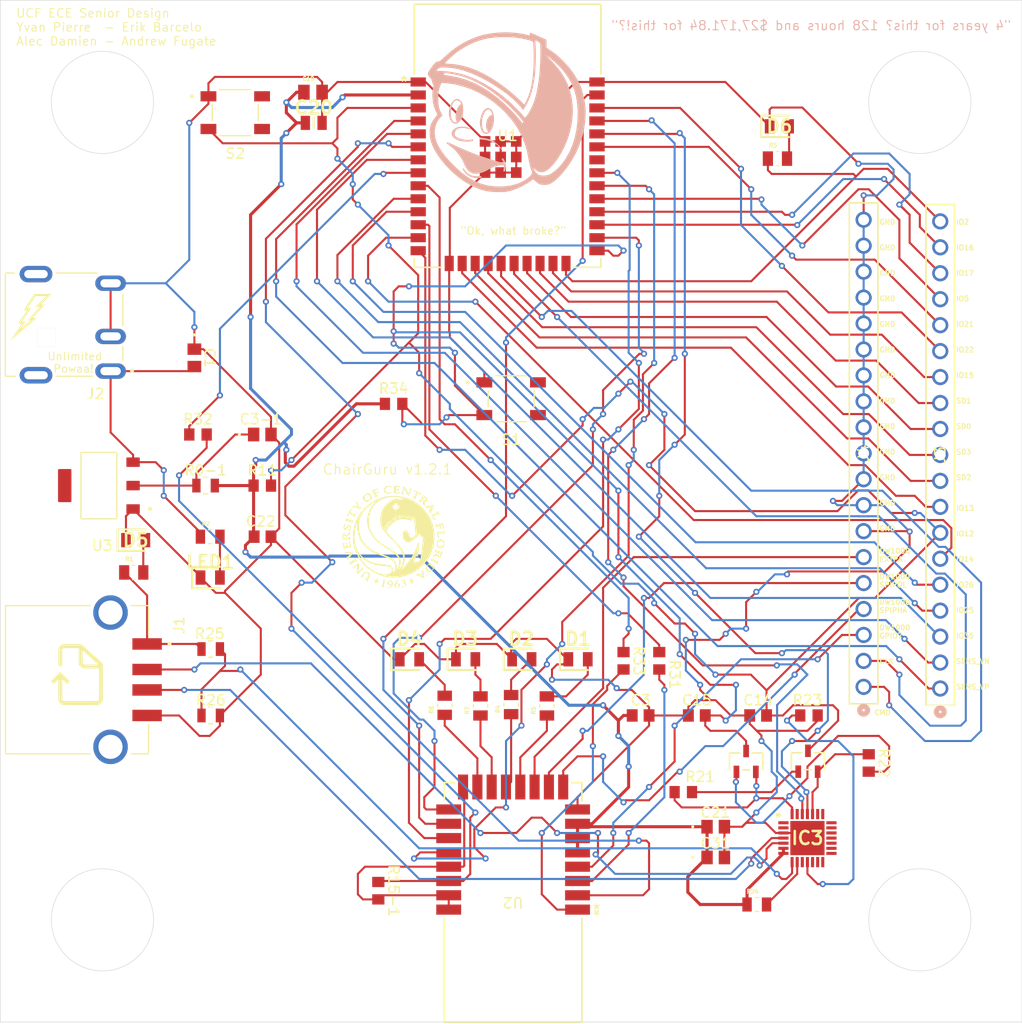
<source format=kicad_pcb>
(kicad_pcb (version 20240108) (generator "pcbnew") (generator_version "8.0")
  (layers (0 "F.Cu" signal) (31 "B.Cu" signal) (34 "B.Paste" user) (35 "F.Paste" user) (36 "B.SilkS" user "B.Silkscreen") (37 "F.SilkS" user "F.Silkscreen") (38 "B.Mask" user) (39 "F.Mask" user) (44 "Edge.Cuts" user))
  (net 0 "")
  (net 1 "GND")
  (net 2 "Net-(IC3-VDD)")
  (net 3 "/EN")
  (net 4 "/IO0")
  (net 7 "Net-(IC3-RTS)")
  (net 11 "Net-(IC3-SUSPENDB)")
  (net 14 "Net-(IC3-RXD)")
  (net 15 "Net-(IC3-D+)")
  (net 19 "Net-(IC3-D-)")
  (net 20 "Net-(IC3-TXD)")
  (net 25 "Net-(IC3-DTR)")
  (net 27 "Net-(IC3-VBUS)")
  (net 28 "Net-(IC3-RSTB)")
  (net 30 "Net-(J1-VCC)")
  (net 31 "Net-(U3-VIN)")
  (net 32 "Net-(LED1-A)")
  (net 33 "Net-(D1-A)")
  (net 34 "Net-(D2-A)")
  (net 35 "Net-(D3-A)")
  (net 36 "Net-(D4-A)")
  (net 37 "Net-(Q1-Pad1)")
  (net 38 "Net-(Q2-Pad1)")
  (net 39 "Net-(U2-GPIO2{slash}RXLED)")
  (net 40 "Net-(U2-GPIO3{slash}TXLED)")
  (net 41 "Net-(U2-GPIO0{slash}RXOKLED)")
  (net 42 "Net-(U2-GPIO1{slash}SFDLED)")
  (net 43 "Net-(U1-IO27)")
  (net 44 "Net-(U2-RSTN)")
  (net 45 "Net-(U1-IO32)")
  (net 46 "Net-(U2-WAKEUP)")
  (net 47 "Net-(U2-EXTON)")
  (net 48 "Net-(U1-IO33)")
  (net 49 "Net-(U1-IO34)")
  (net 50 "Net-(U1-IO23)")
  (net 52 "Net-(U1-IO18)")
  (net 53 "Net-(U1-IO4)")
  (net 54 "Net-(U1-IO19)")
  (net 55 "Net-(U3-VOUT)")
  (net 60 "Net-(U1-IO35)")
  (net 61 "Net-(U1-SD0)")
  (net 62 "Net-(U1-IO21)")
  (net 63 "Net-(U1-IO2)")
  (net 64 "Net-(U1-SENSOR_VP)")
  (net 65 "Net-(U1-SD3)")
  (net 66 "Net-(U1-IO22)")
  (net 67 "Net-(U1-SD2)")
  (net 68 "Net-(U1-IO15)")
  (net 69 "Net-(U1-IO17)")
  (net 70 "Net-(U1-IO25)")
  (net 71 "Net-(U1-IO5)")
  (net 72 "Net-(U1-IO26)")
  (net 73 "Net-(U1-IO16)")
  (net 74 "Net-(U1-SENSOR_VN)")
  (net 75 "Net-(U1-SD1)")
  (net 76 "Net-(U1-IO13)")
  (net 77 "Net-(U1-IO14)")
  (net 78 "Net-(U2-GPIO4{slash}EXTPA)")
  (net 79 "Net-(U1-CMD)")
  (net 80 "Net-(U2-GPIO7)")
  (net 81 "Net-(U1-CLK)")
  (net 82 "Net-(U2-GPIO6{slash}EXTRXE{slash}SPIPHA)")
  (net 83 "Net-(U2-GPIO5{slash}EXTTXE{slash}SPIPOL)")
  (net 84 "Net-(D5-A)")
  (net 85 "Net-(U1-IO12)")
  (net 86 "Net-(D6-A)")
  (footprint "SD V2 ESP32 Components:CAP_LMK212AB7106MG-T_TAY" (layer "F.Cu") (at 119 85 -90)
    (property "Reference" "C1")
    (property "Value" "22uF")
  )
  (footprint "SD V2 ESP32 Components:CONN19_PPTC191LFBN-RC_SUL" (layer "F.Cu") (at 192 117.36 90)
    (property "Reference" "J3")
    (property "Value" "PPTC191LFBN-RC")
  )
  (footprint "SD V2 ESP32 Components:CONN19_PPTC191LFBN-RC_SUL" (layer "F.Cu") (at 184.5 117.2 90)
    (property "Reference" "J4")
    (property "Value" "PPTC191LFBN-RC")
  )
  (footprint "SD V2 USB to UART Components:STA_RMCF080547.5K_STP" (layer "F.Cu") (at 120.5983 120)
    (property "Reference" "R26")
    (property "Value" "47.5K" (hide yes))
  )
  (footprint "SD V2 DW1000 Components:LEDC2012X90N" (layer "F.Cu") (at 151.05 114.5)
    (property "Reference" "D2")
    (property "Value" "LD2" (hide yes))
  )
  (footprint "SD V2 ESP32 Components:SW_PTS_647_SN50_SMTR2_LFS" (layer "F.Cu") (at 123 61)
    (property "Reference" "S2")
    (property "Value" "S2" (hide yes))
  )
  (footprint "SD V2 USB to UART Components:RC0805N_PAN" (layer "F.Cu") (at 125.647201 97.5)
    (property "Reference" "R11")
    (property "Value" "R11")
  )
  (footprint "SD V2 USB to UART Components:STA_RMCF0805_STP" (layer "F.Cu") (at 120.5983 113.5)
    (property "Reference" "R25")
    (property "Value" "22.1K" (hide yes))
  )
  (footprint "SD V2 DW1000 Components:LEDC2012X90N" (layer "F.Cu") (at 156.55 114.5)
    (property "Reference" "D1")
    (property "Value" "LD1" (hide yes))
  )
  (footprint "SD V2 ESP32 Components:UCF Logo 2" (layer "F.Cu") (at 138.5 102.5)
    (property "Reference" "G***" (hide yes))
    (property "Value" "LOGO" (hide yes))
  )
  (footprint "SD V2 ESP32 Components:CC0805N_YAG" (layer "F.Cu") (at 174.1745 120)
    (property "Reference" "C14")
    (property "Value" "0.1uF")
  )
  (footprint "SD V2 ESP32 Components:CC0805N_YAG" (layer "F.Cu") (at 125.6745 102.5)
    (property "Reference" "C22")
    (property "Value" "0.1uF")
  )
  (footprint "SD V2 DW1000 Components:RESC2012X65N" (layer "F.Cu") (at 143.5 119 90)
    (property "Reference" "R6")
    (property "Value" "CRGCQ0805J470R" (hide yes))
  )
  (footprint "SD V2 DW1000 Components:RC0805N_YAG" (layer "F.Cu") (at 161 114.6491 -90)
    (property "Reference" "R33")
    (property "Value" "1K")
  )
  (footprint "SD V2 Voltage Regulator Components:CUI_PJ-051AH" (layer "F.Cu") (at 106.25 81.75 180)
    (property "Reference" "J2")
    (property "Value" "JCK")
    (fp_line (start 2.65 -0.35) (end 0.85 -0.35) (stroke (width 0.01)) (layer "Edge.Cuts"))
    (fp_line (start 2.65 -2.15) (end 2.65 -0.35) (stroke (width 0.01)) (layer "Edge.Cuts"))
    (fp_line (start 0.85 -0.35) (end 0.85 -2.15) (stroke (width 0.01)) (layer "Edge.Cuts"))
    (fp_line (start 0.85 -2.15) (end 2.65 -2.15) (stroke (width 0.01)) (layer "Edge.Cuts"))
  )
  (footprint "SD V2 USB to UART Components:CAPC2012X145N" (layer "F.Cu") (at 130.609 59)
    (property "Reference" "C19")
    (property "Value" "0.1uF")
  )
  (footprint "SD V2 DW1000 Components:MOD_DWM1000_QOR" (layer "F.Cu") (at 150.196101 138.295 180)
    (property "Reference" "U2")
    (property "Value" "DWM1000")
  )
  (footprint "LightningFootprint" (layer "F.Cu") (at 103 81)
    (property "Reference" "G***" (hide yes))
    (property "Value" "LOGO" (hide yes))
  )
  (footprint "SD V2 ESP32 Components:CAP_LMK212AB7106MG-T_TAY" (layer "F.Cu") (at 170.0253 133.8949)
    (property "Reference" "C31")
    (property "Value" "C5")
  )
  (footprint "SD V2 USB to UART Components:AMPHENOL_87583-2010RLF" (layer "F.Cu") (at 110.7925 116.5 -90)
    (property "Reference" "J1")
    (property "Value" "USB" (hide yes))
  )
  (footprint "SD V2 USB to UART Components:RESC2012X60N" (layer "F.Cu") (at 120.545 102.5)
    (property "Reference" "R2")
    (property "Value" "2K" (hide yes))
  )
  (footprint "SD V2 USB to UART Components:RC0805N_PAN" (layer "F.Cu") (at 185 124.647201 -90)
    (property "Reference" "R22")
    (property "Value" "10K")
  )
  (footprint "SD V2 DW1000 Components:LEDC2012X90N" (layer "F.Cu") (at 145.55 114.5)
    (property "Reference" "D3")
    (property "Value" "LD3" (hide yes))
  )
  (footprint "SD V2 DW1000 Components:LEDC2012X90N" (layer "F.Cu") (at 113.255 102.838)
    (property "Reference" "D5")
    (property "Value" "LD1" (hide yes))
  )
  (footprint "SD V2 DW1000 Components:LEDC2012X90N" (layer "F.Cu") (at 176.255 62.338)
    (property "Reference" "D6")
    (property "Value" "LD1" (hide yes))
  )
  (footprint "SD V2 USB to UART Components:TRAN_SS8050-G_CIP" (layer "F.Cu") (at 179.049999 124.479001)
    (property "Reference" "Q1" (hide yes))
    (property "Value" "T1")
  )
  (footprint "SD V2 DW1000 Components:RESC2012X65N" (layer "F.Cu") (at 153.5 119.065 90)
    (property "Reference" "R5")
    (property "Value" "CRGCQ0805J470R" (hide yes))
  )
  (footprint "SD V2 USB to UART Components:RC0805N_PAN" (layer "F.Cu") (at 137 137.147201 -90)
    (property "Reference" "R15-1")
    (property "Value" "10K")
  )
  (footprint "SD V2 USB to UART Components:USB File Logo" (layer "F.Cu") (at 107.5 116)
    (property "Reference" "G***" (hide yes))
    (property "Value" "LOGO" (hide yes))
  )
  (footprint "SD V2 USB to UART Components:RESC2012X60N" (layer "F.Cu") (at 174.045 138.5)
    (property "Reference" "R24")
    (property "Value" "2K" (hide yes))
  )
  (footprint "SD V2 ESP32 Components:CC0805N_YAG" (layer "F.Cu") (at 162.6745 120)
    (property "Reference" "C3")
    (property "Value" "C6")
  )
  (footprint "SD V2 DW1000 Components:RESC2012X65N" (layer "F.Cu") (at 150 118.935 90)
    (property "Reference" "R4")
    (property "Value" "CRGCQ0805J470R" (hide yes))
  )
  (footprint "SD V2 DW1000 Components:RESC2012X65N" (layer "F.Cu") (at 113.065 106)
    (property "Reference" "R1")
    (property "Value" "CRGCQ0805J470R")
  )
  (footprint "SD V2 USB to UART Components:RC0805N_PAN" (layer "F.Cu") (at 179.147201 120)
    (property "Reference" "R23")
    (property "Value" "10K")
  )
  (footprint "SD V2 ESP32 Components:CC0805N_YAG" (layer "F.Cu") (at 168.1745 120)
    (property "Reference" "C15")
    (property "Value" "C15")
  )
  (footprint "SD V2 USB to UART Components:CAPC2012X95N" (layer "F.Cu") (at 130.68 62)
    (property "Reference" "C20")
    (property "Value" "4.7uF" (hide yes))
  )
  (footprint "SD V2 DW1000 Components:RESC2012X65N" (layer "F.Cu") (at 147 119.065 90)
    (property "Reference" "R7")
    (property "Value" "CRGCQ0805J470R" (hide yes))
  )
  (footprint "SD V2 ESP32 Components:SW_PTS_647_SN50_SMTR2_LFS" (layer "F.Cu") (at 150 89)
    (property "Reference" "S1")
    (property "Value" "S1" (hide yes))
  )
  (footprint "SD V2 ESP32 Components:MOD_ESP32-WROOM-32_EXP" (layer "F.Cu") (at 149.655 63.26)
    (property "Reference" "U1")
    (property "Value" "ESP32-WROOM-32-N4")
  )
  (footprint "SD V2 USB to UART Components:RC0805N_PAN" (layer "F.Cu") (at 166.852799 127.5)
    (property "Reference" "R21")
    (property "Value" "10K")
  )
  (footprint "SD V2 DW1000 Components:LEDC2012X90N" (layer "F.Cu") (at 140.05 114.5)
    (property "Reference" "D4")
    (property "Value" "LD4" (hide yes))
  )
  (footprint "SD V2 Voltage Regulator Components:SOT229P700X180-4N" (layer "F.Cu") (at 109.655 97.5 180)
    (property "Reference" "U3")
    (property "Value" "AMS1117-3.3" (hide yes))
  )
  (footprint "SD V2 DW1000 Components:RESC2012X65N" (layer "F.Cu") (at 176.065 65.5)
    (property "Reference" "R3")
    (property "Value" "CRGCQ0805J470R")
  )
  (footprint "SD V2 DW1000 Components:LEDC2012X90N" (layer "F.Cu") (at 120.55 106.5)
    (property "Reference" "LED1")
    (property "Value" "RED" (hide yes))
  )
  (footprint "SD V2 DW1000 Components:RC0805N_YAG" (layer "F.Cu") (at 119.3509 92.5)
    (property "Reference" "R32")
    (property "Value" "1K")
  )
  (footprint "SD V2 USB to UART Components:TRAN_SS8050-G_CIP" (layer "F.Cu") (at 173 124.5)
    (property "Reference" "Q2" (hide yes))
    (property "Value" "T2")
  )
  (footprint "SD V2 USB to UART Components:RC0805N_PAN" (layer "F.Cu") (at 138.5 89.5)
    (property "Reference" "R34")
    (property "Value" "10K")
  )
  (footprint "SD V2 USB to UART Components:QFN50P500X500X80-29N-D" (layer "F.Cu") (at 179 132)
    (property "Reference" "IC3")
    (property "Value" "UART" (hide yes))
  )
  (footprint "SD V2 Voltage Regulator Components:STA_RMCF0805_STP" (layer "F.Cu") (at 120.0983 97.5)
    (property "Reference" "R0-1")
    (property "Value" "0K" (hide yes))
  )
  (footprint "SD V2 ESP32 Components:CAP_LMK212AB7106MG-T_TAY" (layer "F.Cu") (at 170.0253 130.8883)
    (property "Reference" "C21")
    (property "Value" "22uF" (hide yes))
  )
  (footprint "SD V2 DW1000 Components:RC0805N_YAG" (layer "F.Cu") (at 164.5 114.6491 -90)
    (property "Reference" "R31")
    (property "Value" "1K")
  )
  (footprint "SD V2 ESP32 Components:CAP_LMK212AB7106MG-T_TAY" (layer "F.Cu") (at 125.6491 92.5)
    (property "Reference" "C3-1")
    (property "Value" "LMK212BJ226MG-T" (hide yes))
  )
  (footprint "SD V2 ESP32 Components:CitronautHeadFootprint" (layer "B.Cu") (at 149.5 61 180)
    (property "Reference" "G***" (hide yes))
    (property "Value" "LOGO" (hide yes))
  )
  (gr_circle (center 190 140) (end 195 140) (stroke (width 0.05)) (fill none) (layer "Edge.Cuts"))
  (gr_circle (center 110 60) (end 115 60) (stroke (width 0.05)) (fill none) (layer "Edge.Cuts"))
  (gr_circle (center 110 140) (end 115 140) (stroke (width 0.05)) (fill none) (layer "Edge.Cuts"))
  (gr_circle (center 190 60) (end 195 60) (stroke (width 0.05)) (fill none) (layer "Edge.Cuts"))
  (gr_rect (start 100 50) (end 200 150) (stroke (width 0.05)) (fill none) (layer "Edge.Cuts"))
  (gr_text "{dblquote}4 years for this? 128 hours and $27,171.84 for this!?{dblquote}" (at 199 53 0) (layer "B.SilkS") (effects (font (size 0.9 0.9) (thickness 0.1) (bold yes)) (justify left bottom mirror)))
  (gr_text "SD1" (at 193.5 89.5 0) (layer "F.SilkS") (effects (font (size 0.5 0.5) (thickness 0.1)) (justify left bottom)))
  (gr_text "GND\n" (at 186 87 0) (layer "F.SilkS") (effects (font (size 0.5 0.5) (thickness 0.1)) (justify left bottom)))
  (gr_text "IO5" (at 193.5 79.5 0) (layer "F.SilkS") (effects (font (size 0.5 0.5) (thickness 0.1)) (justify left bottom)))
  (gr_text "IO21" (at 193.5 82 0) (layer "F.SilkS") (effects (font (size 0.5 0.5) (thickness 0.1)) (justify left bottom)))
  (gr_text "GND\n" (at 186 79.5 0) (layer "F.SilkS") (effects (font (size 0.5 0.5) (thickness 0.1)) (justify left bottom)))
  (gr_text "IO13" (at 193.5 100 0) (layer "F.SilkS") (effects (font (size 0.5 0.5) (thickness 0.1)) (justify left bottom)))
  (gr_text "GND\n" (at 186 84.5 0) (layer "F.SilkS") (effects (font (size 0.5 0.5) (thickness 0.1)) (justify left bottom)))
  (gr_text "IO15" (at 193.5 87 0) (layer "F.SilkS") (effects (font (size 0.5 0.5) (thickness 0.1)) (justify left bottom)))
  (gr_text "{dblquote}Ok, what broke?{dblquote}" (at 145 73 0) (layer "F.SilkS") (effects (font (size 0.75 0.75) (thickness 0.1)) (justify left bottom)))
  (gr_text "GND\n" (at 186 89.5 0) (layer "F.SilkS") (effects (font (size 0.5 0.5) (thickness 0.1)) (justify left bottom)))
  (gr_text "GND\n" (at 186 99.5 0) (layer "F.SilkS") (effects (font (size 0.5 0.5) (thickness 0.1)) (justify left bottom)))
  (gr_text "GND\n" (at 186 94.5 0) (layer "F.SilkS") (effects (font (size 0.5 0.5) (thickness 0.1)) (justify left bottom)))
  (gr_text "ChairGuru v1.2.1\n" (at 131.5 96.5 0) (layer "F.SilkS") (effects (font (size 1 1) (thickness 0.1)) (justify left bottom)))
  (gr_text "GND" (at 186 72 0) (layer "F.SilkS") (effects (font (size 0.5 0.5) (thickness 0.1)) (justify left bottom)))
  (gr_text "GND" (at 186 74.5 0) (layer "F.SilkS") (effects (font (size 0.5 0.5) (thickness 0.1)) (justify left bottom)))
  (gr_text "DW1000\nEXTPA" (at 186 105 0) (layer "F.SilkS") (effects (font (size 0.5 0.5) (thickness 0.1)) (justify left bottom)))
  (gr_text "SENS_VN" (at 193.5 115 0) (layer "F.SilkS") (effects (font (size 0.5 0.5) (thickness 0.1)) (justify left bottom)))
  (gr_text "IO25" (at 193.5 110 0) (layer "F.SilkS") (effects (font (size 0.5 0.5) (thickness 0.1)) (justify left bottom)))
  (gr_text "GND\n" (at 186 82 0) (layer "F.SilkS") (effects (font (size 0.5 0.5) (thickness 0.1)) (justify left bottom)))
  (gr_text "IO35" (at 193.5 112.5 0) (layer "F.SilkS") (effects (font (size 0.5 0.5) (thickness 0.1)) (justify left bottom)))
  (gr_text "IO14" (at 193.5 105 0) (layer "F.SilkS") (effects (font (size 0.5 0.5) (thickness 0.1)) (justify left bottom)))
  (gr_text "SD3" (at 193.5 94.5 0) (layer "F.SilkS") (effects (font (size 0.5 0.5) (thickness 0.1)) (justify left bottom)))
  (gr_text "DW1000\nSPIPOL" (at 186 107.5 0) (layer "F.SilkS") (effects (font (size 0.5 0.5) (thickness 0.1)) (justify left bottom)))
  (gr_text "SENS_VP" (at 193.5 117.5 0) (layer "F.SilkS") (effects (font (size 0.5 0.5) (thickness 0.1)) (justify left bottom)))
  (gr_text "DW1000\nSPIPHA" (at 186 110 0) (layer "F.SilkS") (effects (font (size 0.5 0.5) (thickness 0.1)) (justify left bottom)))
  (gr_text "GND\n" (at 186 92 0) (layer "F.SilkS") (effects (font (size 0.5 0.5) (thickness 0.1)) (justify left bottom)))
  (gr_text "GND\n" (at 186 77 0) (layer "F.SilkS") (effects (font (size 0.5 0.5) (thickness 0.1)) (justify left bottom)))
  (gr_text "IO2" (at 193.5 72 0) (layer "F.SilkS") (effects (font (size 0.5 0.5) (thickness 0.1)) (justify left bottom)))
  (gr_text "SD0" (at 193.5 92 0) (layer "F.SilkS") (effects (font (size 0.5 0.5) (thickness 0.1)) (justify left bottom)))
  (gr_text "UCF ECE Senior Design \nYvan Pierre  - Erik Barcelo\nAlec Damien - Andrew Fugate" (at 101.5 54.5 0) (layer "F.SilkS") (effects (font (size 0.85 0.85) (thickness 0.1)) (justify left bottom)))
  (gr_text "IO16" (at 193.5 74.5 0) (layer "F.SilkS") (effects (font (size 0.5 0.5) (thickness 0.1)) (justify left bottom)))
  (gr_text " Unlimited\n  Powaa!" (at 104 86.5 0) (layer "F.SilkS") (effects (font (size 0.75 0.75) (thickness 0.1)) (justify left bottom)))
  (gr_text "IO17" (at 193.5 77 0) (layer "F.SilkS") (effects (font (size 0.5 0.5) (thickness 0.1)) (justify left bottom)))
  (gr_text "SD2" (at 193.5 97 0) (layer "F.SilkS") (effects (font (size 0.5 0.5) (thickness 0.1)) (justify left bottom)))
  (gr_text "IO12" (at 193.5 102.5 0) (layer "F.SilkS") (effects (font (size 0.5 0.5) (thickness 0.1)) (justify left bottom)))
  (gr_text "IO22" (at 193.5 84.5 0) (layer "F.SilkS") (effects (font (size 0.5 0.5) (thickness 0.1)) (justify left bottom)))
  (gr_text "CMD" (at 185.5 120 0) (layer "F.SilkS") (effects (font (size 0.5 0.5) (thickness 0.1)) (justify left bottom)))
  (gr_text "DW1000\nGPIO7" (at 186 112.5 0) (layer "F.SilkS") (effects (font (size 0.5 0.5) (thickness 0.1)) (justify left bottom)))
  (gr_text "IO26" (at 193.5 107.5 0) (layer "F.SilkS") (effects (font (size 0.5 0.5) (thickness 0.1)) (justify left bottom)))
  (gr_text "CLK" (at 186 115 0) (layer "F.SilkS") (effects (font (size 0.5 0.5) (thickness 0.1)) (justify left bottom)))
  (gr_text "GND\n" (at 186 102 0) (layer "F.SilkS") (effects (font (size 0.5 0.5) (thickness 0.1)) (justify left bottom)))
  (gr_text "GND\n" (at 186 97 0) (layer "F.SilkS") (effects (font (size 0.5 0.5) (thickness 0.1)) (justify left bottom)))
  (segment (start 112.305 100.485) (end 113 99.79) (width 0.2) (layer "F.Cu") (net 1))
  (segment (start 145 113) (end 148.6 113) (width 0.2) (layer "F.Cu") (net 1))
  (segment (start 188.96 101.96) (end 184.5 101.96) (width 0.2) (layer "F.Cu") (net 1))
  (segment (start 143.892202 134.800001) (end 135.699999 134.800001) (width 0.2) (layer "F.Cu") (net 1))
  (segment (start 147.375 87.4) (end 147.375 86.375) (width 0.2) (layer "F.Cu") (net 1))
  (segment (start 137.399999 137.600001) (end 137 138) (width 0.2) (layer "F.Cu") (net 1))
  (segment (start 144.6 114.5) (end 144.6 113.4) (width 0.2) (layer "F.Cu") (net 1))
  (segment (start 168 118.5) (end 167.349 119.151) (width 0.2) (layer "F.Cu") (net 1))
  (segment (start 150.5 65.34) (end 150.5 66.865) (width 0.2) (layer "F.Cu") (net 1))
  (segment (start 127.302799 93.302799) (end 127.302799 101.697201) (width 0.2) (layer "F.Cu") (net 1))
  (segment (start 170 118.5) (end 169.5 118.5) (width 0.2) (layer "F.Cu") (net 1))
  (segment (start 131.5 59) (end 131.5 62) (width 0.2) (layer "F.Cu") (net 1))
  (segment (start 110.8 82.9) (end 110.8 77.7) (width 0.2) (layer "F.Cu") (net 1))
  (segment (start 119 82) (end 119 84.1491) (width 0.2) (layer "F.Cu") (net 1))
  (segment (start 141.635 58) (end 147.45 63.815) (width 0.2) (layer "F.Cu") (net 1))
  (segment (start 184.5 71.48) (end 184.5 69.1) (width 0.2) (layer "F.Cu") (net 1))
  (segment (start 178.5 131.5) (end 176.65 131.5) (width 0.2) (layer "F.Cu") (net 1))
  (segment (start 175.305 60.695) (end 175.305 62.338) (width 0.2) (layer "F.Cu") (net 1))
  (segment (start 150 114.4) (end 150.1 114.5) (width 0.2) (layer "F.Cu") (net 1))
  (segment (start 147.45 65.34) (end 147.45 63.815) (width 0.2) (layer "F.Cu") (net 1))
  (segment (start 143.94 82.44) (end 143.94 75.76) (width 0.2) (layer "F.Cu") (net 1))
  (segment (start 189 103.5) (end 186.5 106) (width 0.2) (layer "F.Cu") (net 1))
  (segment (start 154.5 115) (end 155.1 115) (width 0.2) (layer "F.Cu") (net 1))
  (segment (start 186.5 106) (end 186.4026 105.9026) (width 0.2) (layer "F.Cu") (net 1))
  (segment (start 174.9 130.5) (end 175.9 131.5) (width 0.2) (layer "F.Cu") (net 1))
  (segment (start 145.411402 134.700001) (end 145.311402 134.800001) (width 0.2) (layer "F.Cu") (net 1))
  (segment (start 147.45 63.815) (end 148.975 63.815) (width 0.2) (layer "F.Cu") (net 1))
  (segment (start 132 59) (end 131.5 59) (width 0.2) (layer "F.Cu") (net 1))
  (segment (start 143 114.5) (end 144.6 114.5) (width 0.2) (layer "F.Cu") (net 1))
  (segment (start 163.5 120) (end 163.5 119.1904) (width 0.2) (layer "F.Cu") (net 1))
  (segment (start 179 132) (end 178.5 131.5) (width 0.2) (layer "F.Cu") (net 1))
  (segment (start 167.5 119.849) (end 167.349 120) (width 0.2) (layer "F.Cu") (net 1))
  (segment (start 174.5 122.5) (end 174.5 121.9606) (width 0.2) (layer "F.Cu") (net 1))
  (segment (start 172.6117 130.8883) (end 173 130.5) (width 0.2) (layer "F.Cu") (net 1))
  (segment (start 177.0974 105.9026) (end 177 106) (width 0.2) (layer "F.Cu") (net 1))
  (segment (start 150.5 112.5) (end 150 113) (width 0.2) (layer "F.Cu") (net 1))
  (segment (start 163.5 121) (end 156.5 128) (width 0.2) (layer "F.Cu") (net 1))
  (segment (start 144 70.315) (end 147.45 66.865) (width 0.2) (layer "F.Cu") (net 1))
  (segment (start 121.5 120) (end 125.5 116) (width 0.2) (layer "F.Cu") (net 1))
  (segment (start 148.975 65.34) (end 148.975 63.815) (width 0.2) (layer "F.Cu") (net 1))
  (segment (start 135.5 138) (end 137 138) (width 0.2) (layer "F.Cu") (net 1))
  (segment (start 170.4 112.6) (end 167.1 112.6) (width 0.2) (layer "F.Cu") (net 1))
  (segment (start 118.5 62) (end 120.375 60.125) (width 0.2) (layer "F.Cu") (net 1))
  (segment (start 147.45 66.865) (end 147.45 65.34) (width 0.2) (layer "F.Cu") (net 1))
  (segment (start 150.5 63.815) (end 150.5 65.34) (width 0.2) (layer "F.Cu") (net 1))
  (segment (start 120.375 58.125) (end 121 57.5) (width 0.2) (layer "F.Cu") (net 1))
  (segment (start 145.411402 128.3192) (end 145.411402 134.700001) (width 0.2) (layer "F.Cu") (net 1))
  (segment (start 171.5 120) (end 170 118.5) (width 0.2) (layer "F.Cu") (net 1))
  (segment (start 174.5 121.9606) (end 174.0394 121.5) (width 0.2) (layer "F.Cu") (net 1))
  (segment (start 167.349 120) (end 163.5 120) (width 0.2) (layer "F.Cu") (net 1))
  (segment (start 189 102) (end 189 103.5) (width 0.2) (layer "F.Cu") (net 1))
  (segment (start 120.5 122) (end 121.5 121) (width 0.2) (layer "F.Cu") (net 1))
  (segment (start 173 108.9) (end 173 111.5) (width 0.2) (layer "F.Cu") (net 1))
  (segment (start 119.8731 84.1491) (end 119 84.1491) (width 0.2) (layer "F.Cu") (net 1))
  (segment (start 145.296101 126.999998) (end 145.296101 128.203899) (width 0.2) (layer "F.Cu") (net 1))
  (segment (start 177 106) (end 177 106.1874) (width 0.2) (layer "F.Cu") (net 1))
  (segment (start 148.6 113) (end 150.1 114.5) (width 0.2) (layer "F.Cu") (net 1))
  (segment (start 163.5 119.1904) (end 161.8096 117.5) (width 0.2) (layer "F.Cu") (net 1))
  (segment (start 145.296101 128.203899) (end 145.411402 128.3192) (width 0.2) (layer "F.Cu") (net 1))
  (segment (start 184 66) (end 178.5 60.5) (width 0.2) (layer "F.Cu") (net 1))
  (segment (start 170.967 58) (end 158.405 58) (width 0.2) (layer "F.Cu") (net 1))
  (segment (start 135 137.5) (end 135.5 138) (width 0.2) (layer "F.Cu") (net 1))
  (segment (start 119.6 106.39) (end 119.6 106.5) (width 0.2) (layer "F.Cu") (net 1))
  (segment (start 155.6 114.5) (end 155.5 114.5) (width 0.2) (layer "F.Cu") (net 1))
  (segment (start 168.5 117) (end 168.5 117.5) (width 0.2) (layer "F.Cu") (net 1))
  (segment (start 147.375 87.4) (end 146.925 87.4) (width 0.2) (layer "F.Cu") (net 1))
  (segment (start 126.5 92.5) (end 126.5 90.776) (width 0.2) (layer "F.Cu") (net 1))
  (segment (start 160.5 117.5) (end 160.325735 117.325735) (width 0.2) (layer "F.Cu") (net 1))
  (segment (start 138.5 114.5) (end 126.5 102.5) (width 0.2) (layer "F.Cu") (net 1))
  (segment (start 126.5 90.776) (end 119.8731 84.1491) (width 0.2) (layer "F.Cu") (net 1))
  (segment (start 143.94 75.94) (end 144 76) (width 0.2) (layer "F.Cu") (net 1))
  (segment (start 122 108) (end 121.1 108) (width 0.2) (layer "F.Cu") (net 1))
  (segment (start 186.4026 105.9026) (end 177.0974 105.9026) (width 0.2) (layer "F.Cu") (net 1))
  (segment (start 126.5 103.3096) (end 122 107.8096) (width 0.2) (layer "F.Cu") (net 1))
  (segment (start 174 107.9) (end 173 108.9) (width 0.2) (layer "F.Cu") (net 1))
  (segment (start 147.375 86.375) (end 144 83) (width 0.2) (layer "F.Cu") (net 1))
  (segment (start 112.305 102.838) (end 112.305 100.485) (width 0.2) (layer "F.Cu") (net 1))
  (segment (start 154 116.5) (end 154 115.5) (width 0.2) (layer "F.Cu") (net 1))
  (segment (start 139.1 114.5) (end 138.5 114.5) (width 0.2) (layer "F.Cu") (net 1))
  (segment (start 153.5 112.5) (end 150.5 112.5) (width 0.2) (layer "F.Cu") (net 1))
  (segment (start 121 57.5) (end 131 57.5) (width 0.2) (layer "F.Cu") (net 1))
  (segment (start 168.5 117.5) (end 169.5 118.5) (width 0.2) (layer "F.Cu") (net 1))
  (segment (start 179 121.5) (end 174.0394 121.5) (width 0.2) (layer "F.Cu") (net 1))
  (segment (start 143.892202 139) (end 143.892202 137.600001) (width 0.2) (layer "F.Cu") (net 1))
  (segment (start 119.5 122) (end 120.5 122) (width 0.2) (layer "F.Cu") (net 1))
  (segment (start 150.5 63.815) (end 156.315 58) (width 0.2) (layer "F.Cu") (net 1))
  (segment (start 167 112.5) (end 167.1 112.6) (width 0.2) (layer "F.Cu") (net 1))
  (segment (start 144 83) (end 144 82.5) (width 0.2) (layer "F.Cu") (net 1))
  (segment (start 173 130.5) (end 174.9 130.5) (width 0.2) (layer "F.Cu") (net 1))
  (segment (start 143.94 75.76) (end 143.94 75.94) (width 0.2) (layer "F.Cu") (net 1))
  (segment (start 155.1 115) (end 155.6 114.5) (width 0.2) (layer "F.Cu") (net 1))
  (segment (start 121.1 108) (end 119.6 106.5) (width 0.2) (layer "F.Cu") (net 1))
  (segment (start 140.6 113) (end 141.5 113) (width 0.2) (layer "F.Cu") (net 1))
  (segment (start 156.5 128) (end 156.5 129.2) (width 0.2) (layer "F.Cu") (net 1))
  (segment (start 122 107.8096) (end 122 108) (width 0.2) (layer "F.Cu") (net 1))
  (segment (start 117.5 120) (end 119.5 122) (width 0.2) (layer "F.Cu") (net 1))
  (segment (start 133 58) (end 132 59) (width 0.2) (layer "F.Cu") (net 1))
  (segment (start 175.5 60.5) (end 175.305 60.695) (width 0.2) (layer "F.Cu") (net 1))
  (segment (start 144 82.5) (end 143.94 82.44) (width 0.2) (layer "F.Cu") (net 1))
  (segment (start 174.0394 121.5) (end 173.349 120.8096) (width 0.2) (layer "F.Cu") (net 1))
  (segment (start 145.311402 134.800001) (end 143.892202 134.800001) (width 0.2) (layer "F.Cu") (net 1))
  (segment (start 172.6117 130.8883) (end 174 129.5) (width 0.2) (layer "F.Cu") (net 1))
  (segment (start 155.5 114.5) (end 153.5 112.5) (width 0.2) (layer "F.Cu") (net 1))
  (segment (start 175.9 131.5) (end 176.65 131.5) (width 0.2) (layer "F.Cu") (net 1))
  (segment (start 163.5 120) (end 163.5 121) (width 0.2) (layer "F.Cu") (net 1))
  (segment (start 148.975 66.865) (end 147.45 66.865) (width 0.2) (layer "F.Cu") (net 1))
  (segment (start 180 120) (end 180 120.5) (width 0.2) (layer "F.Cu") (net 1))
  (segment (start 148.975 63.815) (end 150.5 63.815) (width 0.2) (layer "F.Cu") (net 1))
  (segment (start 114.3725 120) (end 117.5 120) (width 0.2) (layer "F.Cu") (net 1))
  (segment (start 181.5 99) (end 182.38 99) (width 0.2) (layer "F.Cu") (net 1))
  (segment (start 169.5 118.5) (end 168 118.5) (width 0.2) (layer "F.Cu") (net 1))
  (segment (start 140.905 58) (end 141.635 58) (width 0.2) (layer "F.Cu") (net 1))
  (segment (start 178.5 60.5) (end 175.5 60.5) (width 0.2) (layer "F.Cu") (net 1))
  (segment (start 173.349 120.8096) (end 173.349 120) (width 0.2) (layer "F.Cu") (net 1))
  (segment (start 170.8762 130.8883) (end 172.6117 130.8883) (width 0.2) (layer "F.Cu") (net 1))
  (segment (start 173.349 120) (end 171.5 120) (width 0.2) (layer "F.Cu") (net 1))
  (segment (start 154 115.5) (end 154.5 115) (width 0.2) (layer "F.Cu") (net 1))
  (segment (start 139.1 114.5) (end 140.6 113) (width 0.2) (layer "F.Cu") (net 1))
  (segment (start 141.5 113) (end 143 114.5) (width 0.2) (layer "F.Cu") (net 1))
  (segment (start 150.5 66.865) (end 148.975 66.865) (width 0.2) (layer "F.Cu") (net 1))
  (segment (start 120.375 60.125) (end 120.375 59.4) (width 0.2) (layer "F.Cu") (net 1))
  (segment (start 121.5 121) (end 121.5 120) (width 0.2) (layer "F.Cu") (net 1))
  (segment (start 135.699999 134.800001) (end 135 135.5) (width 0.2) (layer "F.Cu") (net 1))
  (segment (start 150 113) (end 150 114.4) (width 0.2) (layer "F.Cu") (net 1))
  (segment (start 133 58) (end 140.905 58) (width 0.2) (layer "F.Cu") (net 1))
  (segment (start 120.375 59.4) (end 120.375 58.125) (width 0.2) (layer "F.Cu") (net 1))
  (segment (start 167.349 119.151) (end 167.349 120) (width 0.2) (layer "F.Cu") (net 1))
  (segment (start 125.5 116) (end 125.5 111.5) (width 0.2) (layer "F.Cu") (net 1))
  (segment (start 127.302799 101.697201) (end 126.5 102.5) (width 0.2) (layer "F.Cu") (net 1))
  (segment (start 144.6 113.4) (end 145 113) (width 0.2) (layer "F.Cu") (net 1))
  (segment (start 144 76) (end 144 70.315) (width 0.2) (layer "F.Cu") (net 1))
  (segment (start 143.892202 137.600001) (end 137.399999 137.600001) (width 0.2) (layer "F.Cu") (net 1))
  (segment (start 171 112) (end 170.4 112.6) (width 0.2) (layer "F.Cu") (net 1))
  (segment (start 131 57.5) (end 131.5 58) (width 0.2) (layer "F.Cu") (net 1))
  (segment (start 126.5 102.5) (end 126.5 103.3096) (width 0.2) (layer "F.Cu") (net 1))
  (segment (start 175.305 62.338) (end 170.967 58) (width 0.2) (layer "F.Cu") (net 1))
  (segment (start 113 99.79) (end 119.6 106.39) (width 0.2) (layer "F.Cu") (net 1))
  (segment (start 180 120.5) (end 179 121.5) (width 0.2) (layer "F.Cu") (net 1))
  (segment (start 189 102) (end 188.96 101.96) (width 0.2) (layer "F.Cu") (net 1))
  (segment (start 126.5 92.5) (end 127.302799 93.302799) (width 0.2) (layer "F.Cu") (net 1))
  (segment (start 131.5 58) (end 131.5 59) (width 0.2) (layer "F.Cu") (net 1))
  (segment (start 135 135.5) (end 135 137.5) (width 0.2) (layer "F.Cu") (net 1))
  (segment (start 170.8762 130.8883) (end 170.8762 133.8949) (width 0.2) (layer "F.Cu") (net 1))
  (segment (start 156.315 58) (end 158.405 58) (width 0.2) (layer "F.Cu") (net 1))
  (segment (start 182.38 99) (end 184.5 96.88) (width 0.2) (layer "F.Cu") (net 1))
  (segment (start 125.5 111.5) (end 122 108) (width 0.2) (layer "F.Cu") (net 1))
  (segment (start 161.8096 117.5) (end 160.5 117.5) (width 0.2) (layer "F.Cu") (net 1))
  (via (at 167.1 112.6) (size 0.6) (drill 0.3) (layers "F.Cu" "B.Cu") (net 1))
  (via (at 168.5 117) (size 0.6) (drill 0.3) (layers "F.Cu" "B.Cu") (net 1))
  (via (at 174 129.5) (size 0.6) (drill 0.3) (layers "F.Cu" "B.Cu") (net 1))
  (via (at 173 111.5) (size 0.6) (drill 0.3) (layers "F.Cu" "B.Cu") (net 1))
  (via (at 184 66) (size 0.6) (drill 0.3) (layers "F.Cu" "B.Cu") (net 1))
  (via (at 189 102) (size 0.6) (drill 0.3) (layers "F.Cu" "B.Cu") (net 1))
  (via (at 174.5 122.5) (size 0.6) (drill 0.3) (layers "F.Cu" "B.Cu") (net 1))
  (via (at 174 107.9) (size 0.6) (drill 0.3) (layers "F.Cu" "B.Cu") (net 1))
  (via (at 181.5 99) (size 0.6) (drill 0.3) (layers "F.Cu" "B.Cu") (net 1))
  (via (at 118.5 62) (size 0.6) (drill 0.3) (layers "F.Cu" "B.Cu") (net 1))
  (via (at 177 106.1874) (size 0.6) (drill 0.3) (layers "F.Cu" "B.Cu") (net 1))
  (via (at 119 82) (size 0.6) (drill 0.3) (layers "F.Cu" "B.Cu") (net 1))
  (via (at 160.325735 117.325735) (size 0.6) (drill 0.3) (layers "F.Cu" "B.Cu") (net 1))
  (via (at 184.5 69.1) (size 0.6) (drill 0.3) (layers "F.Cu" "B.Cu") (net 1))
  (via (at 154 116.5) (size 0.6) (drill 0.3) (layers "F.Cu" "B.Cu") (net 1))
  (via (at 171 112) (size 0.6) (drill 0.3) (layers "F.Cu" "B.Cu") (net 1))
  (segment (start 184.5 99.42) (end 186.42 99.42) (width 0.2) (layer "B.Cu") (net 1))
  (segment (start 177 106.1874) (end 175.8126 106.1874) (width 0.2) (layer "B.Cu") (net 1))
  (segment (start 116.2 77.7) (end 119 80.5) (width 0.2) (layer "B.Cu") (net 1))
  (segment (start 119 80.5) (end 119 82) (width 0.2) (layer "B.Cu") (net 1))
  (segment (start 184.5 86.72) (end 184.5 84.18) (width 0.2) (layer "B.Cu") (net 1))
  (segment (start 185.819239 69.1) (end 187.431802 67.487437) (width 0.2) (layer "B.Cu") (net 1))
  (segment (start 181.92 99.42) (end 181.5 99) (width 0.2) (layer "B.Cu") (net 1))
  (segment (start 175.8126 106.1874) (end 174 108) (width 0.2) (layer "B.Cu") (net 1))
  (segment (start 167.1 112.6) (end 167.1 115.6) (width 0.2) (layer "B.Cu") (net 1))
  (segment (start 174 129.5) (end 176 127.5) (width 0.2) (layer "B.Cu") (net 1))
  (segment (start 184.5 84.18) (end 184.5 81.64) (width 0.2) (layer "B.Cu") (net 1))
  (segment (start 175.5 123.5) (end 174.5 122.5) (width 0.2) (layer "B.Cu") (net 1))
  (segment (start 187.431802 67.487437) (end 187.431802 66.568198) (width 0.2) (layer "B.Cu") (net 1))
  (segment (start 160.325735 117.325735) (end 159.5 116.5) (width 0.2) (layer "B.Cu") (net 1))
  (segment (start 184.5 89.26) (end 184.5 86.72) (width 0.2) (layer "B.Cu") (net 1))
  (segment (start 184.5 96.88) (end 184.5 94.34) (width 0.2) (layer "B.Cu") (net 1))
  (segment (start 184.5 91.8) (end 184.5 89.26) (width 0.2) (layer "B.Cu") (net 1))
  (segment (start 159.5 116.5) (end 154 116.5) (width 0.2) (layer "B.Cu") (net 1))
  (segment (start 167.1 115.6) (end 168.5 117) (width 0.2) (layer "B.Cu") (net 1))
  (segment (start 184.5 94.34) (end 184.5 91.8) (width 0.2) (layer "B.Cu") (net 1))
  (segment (start 184.5 76.56) (end 184.5 79.1) (width 0.2) (layer "B.Cu") (net 1))
  (segment (start 118.5 75.4) (end 118.5 62) (width 0.2) (layer "B.Cu") (net 1))
  (segment (start 176 126) (end 175.5 125.5) (width 0.2) (layer "B.Cu") (net 1))
  (segment (start 174 108) (end 174 107.9) (width 0.2) (layer "B.Cu") (net 1))
  (segment (start 171.5 111.5) (end 171 112) (width 0.2) (layer "B.Cu") (net 1))
  (segment (start 186.863604 66) (end 184 66) (width 0.2) (layer "B.Cu") (net 1))
  (segment (start 175.5 125.5) (end 175.5 123.5) (width 0.2) (layer "B.Cu") (net 1))
  (segment (start 116.2 77.7) (end 118.5 75.4) (width 0.2) (layer "B.Cu") (net 1))
  (segment (start 186.42 99.42) (end 189 102) (width 0.2) (layer "B.Cu") (net 1))
  (segment (start 184.5 74.02) (end 184.5 76.56) (width 0.2) (layer "B.Cu") (net 1))
  (segment (start 187.431802 66.568198) (end 186.863604 66) (width 0.2) (layer "B.Cu") (net 1))
  (segment (start 173 111.5) (end 171.5 111.5) (width 0.2) (layer "B.Cu") (net 1))
  (segment (start 176 127.5) (end 176 126) (width 0.2) (layer "B.Cu") (net 1))
  (segment (start 184.5 74.02) (end 184.5 71.48) (width 0.2) (layer "B.Cu") (net 1))
  (segment (start 110.8 77.7) (end 116.2 77.7) (width 0.2) (layer "B.Cu") (net 1))
  (segment (start 184.5 69.1) (end 185.819239 69.1) (width 0.2) (layer "B.Cu") (net 1))
  (segment (start 184.5 81.64) (end 184.5 79.1) (width 0.2) (layer "B.Cu") (net 1))
  (segment (start 184.5 99.42) (end 181.92 99.42) (width 0.2) (layer "B.Cu") (net 1))
  (segment (start 128 63) (end 129 62) (width 0.3) (layer "F.Cu") (net 2))
  (segment (start 161.5 127.019199) (end 161.5 125) (width 0.3) (layer "F.Cu") (net 2))
  (segment (start 124 104) (end 124 103.349) (width 0.3) (layer "F.Cu") (net 2))
  (segment (start 129 62) (end 128 61) (width 0.3) (layer "F.Cu") (net 2))
  (segment (start 169.1744 133.8949) (end 169.1744 130.8883) (width 0.3) (layer "F.Cu") (net 2))
  (segment (start 176.65 133.5) (end 176.65 133) (width 0.3) (layer "F.Cu") (net 2))
  (segment (start 160.5 120.5) (end 159 119) (width 0.3) (layer "F.Cu") (net 2))
  (segment (start 127.9 94.1) (end 128 94) (width 0.3) (layer "F.Cu") (net 2))
  (segment (start 128 61) (end 128 60) (width 0.3) (layer "F.Cu") (net 2))
  (segment (start 133.73 59.27) (end 140.905 59.27) (width 0.3) (layer "F.Cu") (net 2))
  (segment (start 173.09 138.5) (end 173.09 137.06) (width 0.3) (layer "F.Cu") (net 2))
  (segment (start 156.5 131.999999) (end 156.5 133.399999) (width 0.3) (layer "F.Cu") (net 2))
  (segment (start 168.5 138.5) (end 167.294402 137.294402) (width 0.3) (layer "F.Cu") (net 2))
  (segment (start 160.5 121.5) (end 160.5 120.5) (width 0.3) (layer "F.Cu") (net 2))
  (segment (start 124.794402 97.5) (end 124.794402 102.445402) (width 0.3) (layer "F.Cu") (net 2))
  (segment (start 134.848529 89.5) (end 128.748529 95.6) (width 0.3) (layer "F.Cu") (net 2))
  (segment (start 161 120) (end 161.849 120) (width 0.3) (layer "F.Cu") (net 2))
  (segment (start 160.5 122) (end 160.5 121.5) (width 0.3) (layer "F.Cu") (net 2))
  (segment (start 128.748529 95.6) (end 128.251471 95.6) (width 0.3) (layer "F.Cu") (net 2))
  (segment (start 133.5 59.5) (end 133.73 59.27) (width 0.3) (layer "F.Cu") (net 2))
  (segment (start 169.1744 130.8883) (end 156.788301 130.8883) (width 0.3) (layer "F.Cu") (net 2))
  (segment (start 129.718 59) (end 129 59) (width 0.3) (layer "F.Cu") (net 2))
  (segment (start 125 95.5) (end 125 95) (width 0.3) (layer "F.Cu") (net 2))
  (segment (start 124.794402 95.705598) (end 125 95.5) (width 0.3) (layer "F.Cu") (net 2))
  (segment (start 124.5 71) (end 127.5 68) (width 0.3) (layer "F.Cu") (net 2))
  (segment (start 124 103.349) (end 124.849 102.5) (width 0.3) (layer "F.Cu") (net 2))
  (segment (start 137.647201 89.5) (end 134.848529 89.5) (width 0.3) (layer "F.Cu") (net 2))
  (segment (start 129 62) (end 129.86 62) (width 0.3) (layer "F.Cu") (net 2))
  (segment (start 156.5 130.599999) (end 157.9192 130.599999) (width 0.3) (layer "F.Cu") (net 2))
  (segment (start 167.294402 137.294402) (end 167.294402 135.774898) (width 0.3) (layer "F.Cu") (net 2))
  (segment (start 124.794402 97.5) (end 121 97.5) (width 0.3) (layer "F.Cu") (net 2))
  (segment (start 127.9 95.248529) (end 127.9 94.1) (width 0.3) (layer "F.Cu") (net 2))
  (segment (start 124.794402 97.5) (end 124.794402 95.705598) (width 0.3) (layer "F.Cu") (net 2))
  (segment (start 129 59) (end 128 60) (width 0.3) (layer "F.Cu") (net 2))
  (segment (start 160.5 120.5) (end 161 120) (width 0.3) (layer "F.Cu") (net 2))
  (segment (start 173.09 137.06) (end 176.65 133.5) (width 0.3) (layer "F.Cu") (net 2))
  (segment (start 157.9192 130.599999) (end 161.5 127.019199) (width 0.3) (layer "F.Cu") (net 2))
  (segment (start 173.09 138.5) (end 168.5 138.5) (width 0.3) (layer "F.Cu") (net 2))
  (segment (start 128.251471 95.6) (end 127.9 95.248529) (width 0.3) (layer "F.Cu") (net 2))
  (segment (start 156.788301 130.8883) (end 156.5 130.599999) (width 0.3) (layer "F.Cu") (net 2))
  (segment (start 124.794402 102.445402) (end 124.849 102.5) (width 0.3) (layer "F.Cu") (net 2))
  (segment (start 156.5 130.599999) (end 156.5 131.999999) (width 0.3) (layer "F.Cu") (net 2))
  (segment (start 124.5 81) (end 124.5 71) (width 0.3) (layer "F.Cu") (net 2))
  (segment (start 167.294402 135.774898) (end 169.1744 133.8949) (width 0.3) (layer "F.Cu") (net 2))
  (via (at 159 119) (size 0.6) (drill 0.3) (layers "F.Cu" "B.Cu") (net 2))
  (via (at 133.5 59.5) (size 0.6) (drill 0.3) (layers "F.Cu" "B.Cu") (net 2))
  (via (at 161.5 125) (size 0.6) (drill 0.3) (layers "F.Cu" "B.Cu") (net 2))
  (via (at 160.5 122) (size 0.6) (drill 0.3) (layers "F.Cu" "B.Cu") (net 2))
  (via (at 124.5 81) (size 0.6) (drill 0.3) (layers "F.Cu" "B.Cu") (net 2))
  (via (at 128 63) (size 0.6) (drill 0.3) (layers "F.Cu" "B.Cu") (net 2))
  (via (at 125 95) (size 0.6) (drill 0.3) (layers "F.Cu" "B.Cu") (net 2))
  (via (at 128 94) (size 0.6) (drill 0.3) (layers "F.Cu" "B.Cu") (net 2))
  (via (at 127.5 68) (size 0.6) (drill 0.3) (layers "F.Cu" "B.Cu") (net 2))
  (via (at 128 60) (size 0.6) (drill 0.3) (layers "F.Cu" "B.Cu") (net 2))
  (via (at 124 104) (size 0.6) (drill 0.3) (layers "F.Cu" "B.Cu") (net 2))
  (segment (start 124.5 88) (end 124.5 81) (width 0.3) (layer "B.Cu") (net 2))
  (segment (start 161.5 125) (end 161.5 123) (width 0.3) (layer "B.Cu") (net 2))
  (segment (start 132.151471 104.5) (end 132.251471 104.4) (width 0.3) (layer "B.Cu") (net 2))
  (segment (start 124 104) (end 124.5 104.5) (width 0.3) (layer "B.Cu") (net 2))
  (segment (start 132.5 60.5) (end 133.5 59.5) (width 0.3) (layer "B.Cu") (net 2))
  (segment (start 124.5 104.5) (end 132.151471 104.5) (width 0.3) (layer "B.Cu") (net 2))
  (segment (start 132.251471 104.4) (end 141.051471 104.4) (width 0.3) (layer "B.Cu") (net 2))
  (segment (start 128 60) (end 128.5 60.5) (width 0.3) (layer "B.Cu") (net 2))
  (segment (start 126 95) (end 127.75 93.25) (width 0.3) (layer "B.Cu") (net 2))
  (segment (start 127.5 68) (end 127.5 63.5) (width 0.3) (layer "B.Cu") (net 2))
  (segment (start 125 95) (end 126 95) (width 0.3) (layer "B.Cu") (net 2))
  (segment (start 161.5 123) (end 160.5 122) (width 0.3) (layer "B.Cu") (net 2))
  (segment (start 127.75 93.25) (end 128.5 92.5) (width 0.3) (layer "B.Cu") (net 2))
  (segment (start 128.5 92.5) (end 128.5 92) (width 0.3) (layer "B.Cu") (net 2))
  (segment (start 128 94) (end 128 93.5) (width 0.3) (layer "B.Cu") (net 2))
  (segment (start 141.051471 104.4) (end 155.651471 119) (width 0.3) (layer "B.Cu") (net 2))
  (segment (start 128 93.5) (end 127.75 93.25) (width 0.3) (layer "B.Cu") (net 2))
  (segment (start 155.651471 119) (end 159 119) (width 0.3) (layer "B.Cu") (net 2))
  (segment (start 127.5 63.5) (end 128 63) (width 0.3) (layer "B.Cu") (net 2))
  (segment (start 128.5 60.5) (end 132.5 60.5) (width 0.3) (layer "B.Cu") (net 2))
  (segment (start 128.5 92) (end 124.5 88) (width 0.3) (layer "B.Cu") (net 2))
  (segment (start 120.375 62.6) (end 121.775 64) (width 0.2) (layer "F.Cu") (net 3))
  (segment (start 133 63.5) (end 133 61.5) (width 0.2) (layer "F.Cu") (net 3))
  (segment (start 181.5 119) (end 182 119.5) (width 0.2) (layer "F.Cu") (net 3))
  (segment (start 173.457816 116) (end 170 116) (width 0.2) (layer "F.Cu") (net 3))
  (segment (start 140.905 76.905) (end 140.905 82.595) (width 0.2) (layer "F.Cu") (net 3))
  (segment (start 121.775 64) (end 132.5 64) (width 0.2) (layer "F.Cu") (net 3))
  (segment (start 141 84.5) (end 140 83.5) (width 0.2) (layer "F.Cu") (net 3))
  (segment (start 182 120.508) (end 179.049999 123.458001) (width 0.2) (layer "F.Cu") (net 3))
  (segment (start 140 83.5) (end 128.5 95) (width 0.2) (layer "F.Cu") (net 3))
  (segment (start 133 64.5) (end 132.5 64) (width 0.2) (layer "F.Cu") (net 3))
  (segment (start 175 120) (end 176.591604 120) (width 0.2) (layer "F.Cu") (net 3))
  (segment (start 175 117.542184) (end 173.457816 116) (width 0.2) (layer "F.Cu") (net 3))
  (segment (start 133 65.5) (end 133 64.5) (width 0.2) (layer "F.Cu") (net 3))
  (segment (start 184.049584 108.4926) (end 185.6274 108.4926) (width 0.2) (layer "F.Cu") (net 3))
  (segment (start 126.5 96) (end 126.5 97.5) (width 0.2) (layer "F.Cu") (net 3))
  (segment (start 141 86.5) (end 141 84.5) (width 0.2) (layer "F.Cu") (net 3))
  (segment (start 134.5 69.5) (end 134.5 68) (width 0.2) (layer "F.Cu") (net 3))
  (segment (start 132.5 64) (end 133 63.5) (width 0.2) (layer "F.Cu") (net 3))
  (segment (start 133 61.5) (end 133.96 60.54) (width 0.2) (layer "F.Cu") (net 3))
  (segment (start 168 112) (end 167 111) (width 0.2) (layer "F.Cu") (net 3))
  (segment (start 177.591604 119) (end 181.5 119) (width 0.2) (layer "F.Cu") (net 3))
  (segment (start 135 70) (end 134.5 69.5) (width 0.2) (layer "F.Cu") (net 3))
  (segment (start 167 111) (end 166 111) (width 0.2) (layer "F.Cu") (net 3))
  (segment (start 166 111) (end 164 109) (width 0.2) (layer "F.Cu") (net 3))
  (segment (start 175 120) (end 175 117.542184) (width 0.2) (layer "F.Cu") (net 3))
  (segment (start 140.905 82.595) (end 140 83.5) (width 0.2) (layer "F.Cu") (net 3))
  (segment (start 182 119.5) (end 182 120.508) (width 0.2) (layer "F.Cu") (net 3))
  (segment (start 175 117.542184) (end 184.049584 108.4926) (width 0.2) (layer "F.Cu") (net 3))
  (segment (start 133.96 60.54) (end 140.905 60.54) (width 0.2) (layer "F.Cu") (net 3))
  (segment (start 185.6274 108.4926) (end 192 102.12) (width 0.2) (layer "F.Cu") (net 3))
  (segment (start 138 74) (end 140.905 76.905) (width 0.2) (layer "F.Cu") (net 3))
  (segment (start 176.591604 120) (end 177.591604 119) (width 0.2) (layer "F.Cu") (net 3))
  (via (at 168 112) (size 0.6) (drill 0.3) (layers "F.Cu" "B.Cu") (net 3))
  (via (at 164 109) (size 0.6) (drill 0.3) (layers "F.Cu" "B.Cu") (net 3))
  (via (at 138 74) (size 0.6) (drill 0.3) (layers "F.Cu" "B.Cu") (net 3))
  (via (at 134.5 68) (size 0.6) (drill 0.3) (layers "F.Cu" "B.Cu") (net 3))
  (via (at 126.5 96) (size 0.6) (drill 0.3) (layers "F.Cu" "B.Cu") (net 3))
  (via (at 141 86.5) (size 0.6) (drill 0.3) (layers "F.Cu" "B.Cu") (net 3))
  (via (at 170 116) (size 0.6) (drill 0.3) (layers "F.Cu" "B.Cu") (net 3))
  (via (at 135 70) (size 0.6) (drill 0.3) (layers "F.Cu" "B.Cu") (net 3))
  (via (at 133 65.5) (size 0.6) (drill 0.3) (layers "F.Cu" "B.Cu") (net 3))
  (via (at 128.5 95) (size 0.6) (drill 0.3) (layers "F.Cu" "B.Cu") (net 3))
  (segment (start 134.5 67) (end 133 65.5) (width 0.2) (layer "B.Cu") (net 3))
  (segment (start 144 89.5) (end 144 90) (width 0.2) (layer "B.Cu") (net 3))
  (segment (start 168 112) (end 168 114) (width 0.2) (layer "B.Cu") (net 3))
  (segment (start 164 108.651471) (end 164 109) (width 0.2) (layer "B.Cu") (net 3))
  (segment (start 127.5 96) (end 126.5 96) (width 0.2) (layer "B.Cu") (net 3))
  (segment (start 160.751471 107.1) (end 162.448529 107.1) (width 0.2) (layer "B.Cu") (net 3))
  (segment (start 141 86.5) (end 144 89.5) (width 0.2) (layer "B.Cu") (net 3))
  (segment (start 144 90) (end 158 104) (width 0.2) (layer "B.Cu") (net 3))
  (segment (start 162.448529 107.1) (end 164 108.651471) (width 0.2) (layer "B.Cu") (net 3))
  (segment (start 138 73) (end 135 70) (width 0.2) (layer "B.Cu") (net 3))
  (segment (start 158 104) (end 158 104.348529) (width 0.2) (layer "B.Cu") (net 3))
  (segment (start 134.5 68) (end 134.5 67) (width 0.2) (layer "B.Cu") (net 3))
  (segment (start 168 114) (end 170 116) (width 0.2) (layer "B.Cu") (net 3))
  (segment (start 158 104.348529) (end 160.751471 107.1) (width 0.2) (layer "B.Cu") (net 3))
  (segment (start 138 74) (end 138 73) (width 0.2) (layer "B.Cu") (net 3))
  (segment (start 128.5 95) (end 127.5 96) (width 0.2) (layer "B.Cu") (net 3))
  (segment (start 169.5 121.5) (end 169 121) (width 0.2) (layer "F.Cu") (net 4))
  (segment (start 172.5 122) (end 173 122.5) (width 0.2) (layer "F.Cu") (net 4))
  (segment (start 172.5 122) (end 172 121.5) (width 0.2) (layer "F.Cu") (net 4))
  (segment (start 160.5 104.5) (end 160.5 98) (width 0.2) (layer "F.Cu") (net 4))
  (segment (start 169 120) (end 170.5 120) (width 0.2) (layer "F.Cu") (net 4))
  (segment (start 160.5 75) (end 160 75) (width 0.2) (layer "F.Cu") (net 4))
  (segment (start 139.352799 89.5) (end 141.2 91.347201) (width 0.2) (layer "F.Cu") (net 4))
  (segment (start 138.5 78.5) (end 139 78) (width 0.2) (layer "F.Cu") (net 4))
  (segment (start 138.5 83.6) (end 138.5 82.4) (width 0.2) (layer "F.Cu") (net 4))
  (segment (start 169.5 117) (end 166.5 114) (width 0.2) (layer "F.Cu") (net 4))
  (segment (start 138.5 82.4) (end 138.5 78.5) (width 0.2) (layer "F.Cu") (net 4))
  (segment (start 147.375 90.6) (end 144.5 87.725) (width 0.2) (layer "F.Cu") (net 4))
  (segment (start 144.5 87.725) (end 144.5 84.5) (width 0.2) (layer "F.Cu") (net 4))
  (segment (start 141.2 91.347201) (end 141.2 91.5) (width 0.2) (layer "F.Cu") (net 4))
  (segment (start 139.352799 89.5) (end 139.352799 91.352799) (width 0.2) (layer "F.Cu") (net 4))
  (segment (start 143.674265 90.825735) (end 143.9 90.6) (width 0.2) (layer "F.Cu") (net 4))
  (segment (start 160 75) (end 159.51 74.51) (width 0.2) (layer "F.Cu") (net 4))
  (segment (start 159.51 74.51) (end 158.405 74.51) (width 0.2) (layer "F.Cu") (net 4))
  (segment (start 173 122.5) (end 173 123.479) (width 0.2) (layer "F.Cu") (net 4))
  (segment (start 169 121) (end 169 120) (width 0.2) (layer "F.Cu") (net 4))
  (segment (start 139.352799 91.352799) (end 139.5 91.5) (width 0.2) (layer "F.Cu") (net 4))
  (segment (start 172 121.5) (end 169.5 121.5) (width 0.2) (layer "F.Cu") (net 4))
  (segment (start 161 74.5) (end 160.5 75) (width 0.2) (layer "F.Cu") (net 4))
  (segment (start 139 78) (end 140 78) (width 0.2) (layer "F.Cu") (net 4))
  (segment (start 143.9 90.6) (end 147.375 90.6) (width 0.2) (layer "F.Cu") (net 4))
  (segment (start 172 117) (end 169.5 117) (width 0.2) (layer "F.Cu") (net 4))
  (segment (start 170.5 120) (end 171 120.5) (width 0.2) (layer "F.Cu") (net 4))
  (via (at 138.5 82.4) (size 0.6) (drill 0.3) (layers "F.Cu" "B.Cu") (net 4))
  (via (at 171 120.5) (size 0.6) (drill 0.3) (layers "F.Cu" "B.Cu") (net 4))
  (via (at 138.5 83.6) (size 0.6) (drill 0.3) (layers "F.Cu" "B.Cu") (net 4))
  (via (at 160.5 104.5) (size 0.6) (drill 0.3) (layers "F.Cu" "B.Cu") (net 4))
  (via (at 172 117) (size 0.6) (drill 0.3) (layers "F.Cu" "B.Cu") (net 4))
  (via (at 161 74.5) (size 0.6) (drill 0.3) (layers "F.Cu" "B.Cu") (net 4))
  (via (at 166.5 114) (size 0.6) (drill 0.3) (layers "F.Cu" "B.Cu") (net 4))
  (via (at 144.5 84.5) (size 0.6) (drill 0.3) (layers "F.Cu" "B.Cu") (net 4))
  (via (at 139.5 91.5) (size 0.6) (drill 0.3) (layers "F.Cu" "B.Cu") (net 4))
  (via (at 140 78) (size 0.6) (drill 0.3) (layers "F.Cu" "B.Cu") (net 4))
  (via (at 160.5 98) (size 0.6) (drill 0.3) (layers "F.Cu" "B.Cu") (net 4))
  (via (at 143.674265 90.825735) (size 0.6) (drill 0.3) (layers "F.Cu" "B.Cu") (net 4))
  (segment (start 166.5 110.5) (end 160.5 104.5) (width 0.2) (layer "B.Cu") (net 4))
  (segment (start 140 78) (end 145.5 78) (width 0.2) (layer "B.Cu") (net 4))
  (segment (start 172 119.5) (end 172 117) (width 0.2) (layer "B.Cu") (net 4))
  (segment (start 138.5 82.5) (end 138.5 82.4) (width 0.2) (layer "B.Cu") (net 4))
  (segment (start 149.5 74) (end 160.5 74) (width 0.2) (layer "B.Cu") (net 4))
  (segment (start 160.5 74) (end 161 74.5) (width 0.2) (layer "B.Cu") (net 4))
  (segment (start 144.5 84.5) (end 144 84) (width 0.2) (layer "B.Cu") (net 4))
  (segment (start 166.5 114) (end 166.5 110.5) (width 0.2) (layer "B.Cu") (net 4))
  (segment (start 139.5 91.5) (end 143 91.5) (width 0.2) (layer "B.Cu") (net 4))
  (segment (start 171 120.5) (end 172 119.5) (width 0.2) (layer "B.Cu") (net 4))
  (segment (start 145 82.5) (end 138.5 82.5) (width 0.2) (layer "B.Cu") (net 4))
  (segment (start 160.5 98) (end 145 82.5) (width 0.2) (layer "B.Cu") (net 4))
  (segment (start 143 91.5) (end 143.674265 90.825735) (width 0.2) (layer "B.Cu") (net 4))
  (segment (start 139 84) (end 138.5 83.5) (width 0.2) (layer "B.Cu") (net 4))
  (segment (start 145.5 78) (end 149.5 74) (width 0.2) (layer "B.Cu") (net 4))
  (segment (start 138.5 83.5) (end 138.5 83.6) (width 0.2) (layer "B.Cu") (net 4))
  (segment (start 144 84) (end 139 84) (width 0.2) (layer "B.Cu") (net 4))
  (segment (start 180 125.5) (end 181.705598 123.794402) (width 0.2) (layer "F.Cu") (net 7))
  (segment (start 179.5 127.5) (end 179.5 129.65) (width 0.2) (layer "F.Cu") (net 7))
  (segment (start 180 127) (end 179.5 127.5) (width 0.2) (layer "F.Cu") (net 7))
  (segment (start 180 125.5) (end 180 127) (width 0.2) (layer "F.Cu") (net 7))
  (segment (start 181.705598 123.794402) (end 185 123.794402) (width 0.2) (layer "F.Cu") (net 7))
  (segment (start 179 135.5) (end 179 134.35) (width 0.2) (layer "F.Cu") (net 11))
  (segment (start 178.294402 120) (end 177.5 120) (width 0.2) (layer "F.Cu") (net 11))
  (segment (start 180 136.5) (end 179 135.5) (width 0.2) (layer "F.Cu") (net 11))
  (segment (start 177.5 120) (end 177 120.5) (width 0.2) (layer "F.Cu") (net 11))
  (segment (start 180.5 136.5) (end 180 136.5) (width 0.2) (layer "F.Cu") (net 11))
  (via (at 180.5 136.5) (size 0.6) (drill 0.3) (layers "F.Cu" "B.Cu") (net 11))
  (via (at 177 120.5) (size 0.6) (drill 0.3) (layers "F.Cu" "B.Cu") (net 11))
  (segment (start 183 136.5) (end 183.5 136) (width 0.2) (layer "B.Cu") (net 11))
  (segment (start 180.5 136.5) (end 183 136.5) (width 0.2) (layer "B.Cu") (net 11))
  (segment (start 183.5 136) (end 183.5 124) (width 0.2) (layer "B.Cu") (net 11))
  (segment (start 182 122.5) (end 179 122.5) (width 0.2) (layer "B.Cu") (net 11))
  (segment (start 183.5 124) (end 182 122.5) (width 0.2) (layer "B.Cu") (net 11))
  (segment (start 179 122.5) (end 177 120.5) (width 0.2) (layer "B.Cu") (net 11))
  (segment (start 167 92.5) (end 167 84.6) (width 0.2) (layer "F.Cu") (net 14))
  (segment (start 176.5 113.9) (end 173.9 113.9) (width 0.2) (layer "F.Cu") (net 14))
  (segment (start 163.664832 61.81) (end 158.405 61.81) (width 0.2) (layer "F.Cu") (net 14))
  (segment (start 177.5 122.5) (end 179 122.5) (width 0.2) (layer "F.Cu") (net 14))
  (segment (start 164.5 100.5) (end 164.5 98.5) (width 0.2) (layer "F.Cu") (net 14))
  (segment (start 166.5 63) (end 166.42 63.08) (width 0.2) (layer "F.Cu") (net 14))
  (segment (start 173.9 113.9) (end 168 108) (width 0.2) (layer "F.Cu") (net 14))
  (segment (start 179 129.65) (end 179 127.5) (width 0.2) (layer "F.Cu") (net 14))
  (segment (start 166.42 63.08) (end 158.405 63.08) (width 0.2) (layer "F.Cu") (net 14))
  (segment (start 162.5 102.5) (end 164.5 100.5) (width 0.2) (layer "F.Cu") (net 14))
  (segment (start 163.700943 61.773889) (end 163.664832 61.81) (width 0.2) (layer "F.Cu") (net 14))
  (segment (start 179 122.5) (end 180 121.5) (width 0.2) (layer "F.Cu") (net 14))
  (segment (start 179 127.5) (end 178.9 127.5) (width 0.2) (layer "F.Cu") (net 14))
  (segment (start 166 93.5) (end 167 92.5) (width 0.2) (layer "F.Cu") (net 14))
  (via (at 168 108) (size 0.6) (drill 0.3) (layers "F.Cu" "B.Cu") (net 14))
  (via (at 178.9 127.5) (size 0.6) (drill 0.3) (layers "F.Cu" "B.Cu") (net 14))
  (via (at 167 84.6) (size 0.6) (drill 0.3) (layers "F.Cu" "B.Cu") (net 14))
  (via (at 180 121.5) (size 0.6) (drill 0.3) (layers "F.Cu" "B.Cu") (net 14))
  (via (at 166 93.5) (size 0.6) (drill 0.3) (layers "F.Cu" "B.Cu") (net 14))
  (via (at 166.5 63) (size 0.6) (drill 0.3) (layers "F.Cu" "B.Cu") (net 14))
  (via (at 177.5 122.5) (size 0.6) (drill 0.3) (layers "F.Cu" "B.Cu") (net 14))
  (via (at 176.5 113.9) (size 0.6) (drill 0.3) (layers "F.Cu" "B.Cu") (net 14))
  (via (at 164.5 98.5) (size 0.6) (drill 0.3) (layers "F.Cu" "B.Cu") (net 14))
  (via (at 162.5 102.5) (size 0.6) (drill 0.3) (layers "F.Cu" "B.Cu") (net 14))
  (segment (start 176.5 125) (end 176.5 123.5) (width 0.2) (layer "B.Cu") (net 14))
  (segment (start 178.9 127.4) (end 176.5 125) (width 0.2) (layer "B.Cu") (net 14))
  (segment (start 181 120.5) (end 181 114) (width 0.2) (layer "B.Cu") (net 14))
  (segment (start 164.5 98.5) (end 164.5 95) (width 0.2) (layer "B.Cu") (net 14))
  (segment (start 180 121.5) (end 181 120.5) (width 0.2) (layer "B.Cu") (net 14))
  (segment (start 168 108) (end 162.5 102.5) (width 0.2) (layer "B.Cu") (net 14))
  (segment (start 180.6074 113.6074) (end 176.8926 113.6074) (width 0.2) (layer "B.Cu") (net 14))
  (segment (start 167 84.6) (end 167 63.5) (width 0.2) (layer "B.Cu") (net 14))
  (segment (start 176.8926 113.6074) (end 176.5 114) (width 0.2) (layer "B.Cu") (net 14))
  (segment (start 176.5 114) (end 176.5 113.9) (width 0.2) (layer "B.Cu") (net 14))
  (segment (start 165.5 94) (end 166 93.5) (width 0.2) (layer "B.Cu") (net 14))
  (segment (start 176.5 123.5) (end 177.5 122.5) (width 0.2) (layer "B.Cu") (net 14))
  (segment (start 167 63.5) (end 166.5 63) (width 0.2) (layer "B.Cu") (net 14))
  (segment (start 181 114) (end 180.6074 113.6074) (width 0.2) (layer "B.Cu") (net 14))
  (segment (start 178.9 127.5) (end 178.9 127.4) (width 0.2) (layer "B.Cu") (net 14))
  (segment (start 164.5 95) (end 165.5 94) (width 0.2) (layer "B.Cu") (net 14))
  (segment (start 175.5 132) (end 173.5 134) (width 0.2) (layer "F.Cu") (net 15))
  (segment (start 173.5 134) (end 173.5 134.5) (width 0.2) (layer "F.Cu") (net 15))
  (segment (start 176.65 132) (end 175.5 132) (width 0.2) (layer "F.Cu") (net 15))
  (segment (start 118 117.5) (end 114.3725 117.5) (width 0.2) (layer "F.Cu") (net 15))
  (via (at 118 117.5) (size 0.6) (drill 0.3) (layers "F.Cu" "B.Cu") (net 15))
  (via (at 173.5 134.5) (size 0.6) (drill 0.3) (layers "F.Cu" "B.Cu") (net 15))
  (segment (start 122.5 117.5) (end 118 117.5) (width 0.2) (layer "B.Cu") (net 15))
  (segment (start 141 136) (end 122.5 117.5) (width 0.2) (layer "B.Cu") (net 15))
  (segment (start 172 136) (end 141 136) (width 0.2) (layer "B.Cu") (net 15))
  (segment (start 173.5 134.5) (end 172 136) (width 0.2) (layer "B.Cu") (net 15))
  (segment (start 158.5 133.5) (end 158.370674 133.5) (width 0.2) (layer "F.Cu") (net 19))
  (segment (start 158.5 131.5) (end 158.5 133.5) (width 0.2) (layer "F.Cu") (net 19))
  (segment (start 175 133.065686) (end 175.565686 132.5) (width 0.2) (layer "F.Cu") (net 19))
  (segment (start 153 130) (end 154.5 131.5) (width 0.2) (layer "F.Cu") (net 19))
  (segment (start 175.565686 132.5) (end 176.65 132.5) (width 0.2) (layer "F.Cu") (net 19))
  (segment (start 114.3725 115.5) (end 119 115.5) (width 0.2) (layer "F.Cu") (net 19))
  (segment (start 175 134) (end 175 133.065686) (width 0.2) (layer "F.Cu") (net 19))
  (segment (start 147 131.5) (end 150.5 131.5) (width 0.2) (layer "F.Cu") (net 19))
  (segment (start 150.5 131.5) (end 152 130) (width 0.2) (layer "F.Cu") (net 19))
  (segment (start 158.370674 133.5) (end 158.270674 133.6) (width 0.2) (layer "F.Cu") (net 19))
  (segment (start 152 130) (end 153 130) (width 0.2) (layer "F.Cu") (net 19))
  (segment (start 174.325735 134.674265) (end 175 134) (width 0.2) (layer "F.Cu") (net 19))
  (via (at 154.5 131.5) (size 0.6) (drill 0.3) (layers "F.Cu" "B.Cu") (net 19))
  (via (at 158.270674 133.6) (size 0.6) (drill 0.3) (layers "F.Cu" "B.Cu") (net 19))
  (via (at 147 131.5) (size 0.6) (drill 0.3) (layers "F.Cu" "B.Cu") (net 19))
  (via (at 174.325735 134.674265) (size 0.6) (drill 0.3) (layers "F.Cu" "B.Cu") (net 19))
  (via (at 158.5 131.5) (size 0.6) (drill 0.3) (layers "F.Cu" "B.Cu") (net 19))
  (via (at 119 115.5) (size 0.6) (drill 0.3) (layers "F.Cu" "B.Cu") (net 19))
  (segment (start 173.1 133.9) (end 173.834314 133.9) (width 0.2) (layer "B.Cu") (net 19))
  (segment (start 158.270674 133.6) (end 160.170674 135.5) (width 0.2) (layer "B.Cu") (net 19))
  (segment (start 119.6 114.9) (end 130.4 114.9) (width 0.2) (layer "B.Cu") (net 19))
  (segment (start 171.5 135.5) (end 173.1 133.9) (width 0.2) (layer "B.Cu") (net 19))
  (segment (start 154.5 131.5) (end 158.5 131.5) (width 0.2) (layer "B.Cu") (net 19))
  (segment (start 130.4 114.9) (end 147 131.5) (width 0.2) (layer "B.Cu") (net 19))
  (segment (start 174.325735 134.391421) (end 174.325735 134.674265) (width 0.2) (layer "B.Cu") (net 19))
  (segment (start 160.170674 135.5) (end 171.5 135.5) (width 0.2) (layer "B.Cu") (net 19))
  (segment (start 173.834314 133.9) (end 174.325735 134.391421) (width 0.2) (layer "B.Cu") (net 19))
  (segment (start 119 115.5) (end 119.6 114.9) (width 0.2) (layer "B.Cu") (net 19))
  (segment (start 168.751471 115.1) (end 161 107.348529) (width 0.2) (layer "F.Cu") (net 20))
  (segment (start 163.5 87.5) (end 166 85) (width 0.2) (layer "F.Cu") (net 20))
  (segment (start 163 91) (end 163.5 90.5) (width 0.2) (layer "F.Cu") (net 20))
  (segment (start 178.5 129.65) (end 178.5 128) (width 0.2) (layer "F.Cu") (net 20))
  (segment (start 163.5 90.5) (end 163.5 87.5) (width 0.2) (layer "F.Cu") (net 20))
  (segment (start 161 107.348529) (end 161 106.5) (width 0.2) (layer "F.Cu") (net 20))
  (segment (start 176 115.1) (end 168.751471 115.1) (width 0.2) (layer "F.Cu") (net 20))
  (segment (start 178.5 128) (end 178.5 128.024697) (width 0.2) (layer "F.Cu") (net 20))
  (segment (start 178.5 128.024697) (end 178.4 128.124697) (width 0.2) (layer "F.Cu") (net 20))
  (segment (start 159.5 105) (end 159.5 94.5) (width 0.2) (layer "F.Cu") (net 20))
  (segment (start 159.5 94.5) (end 160 94) (width 0.2) (layer "F.Cu") (net 20))
  (via (at 159.5 105) (size 0.6) (drill 0.3) (layers "F.Cu" "B.Cu") (net 20))
  (via (at 160 94) (size 0.6) (drill 0.3) (layers "F.Cu" "B.Cu") (net 20))
  (via (at 176 115.1) (size 0.6) (drill 0.3) (layers "F.Cu" "B.Cu") (net 20))
  (via (at 166 85) (size 0.6) (drill 0.3) (layers "F.Cu" "B.Cu") (net 20))
  (via (at 163.75 61.75) (size 0.6) (drill 0.3) (layers "F.Cu" "B.Cu") (net 20))
  (via (at 161 106.5) (size 0.6) (drill 0.3) (layers "F.Cu" "B.Cu") (net 20))
  (via (at 163 91) (size 0.6) (drill 0.3) (layers "F.Cu" "B.Cu") (net 20))
  (via (at 178.4 128.124697) (size 0.6) (drill 0.3) (layers "F.Cu" "B.Cu") (net 20))
  (segment (start 166 64) (end 166 85) (width 0.2) (layer "B.Cu") (net 20))
  (segment (start 161 106.5) (end 159.5 105) (width 0.2) (layer "B.Cu") (net 20))
  (segment (start 178.4 127.834314) (end 176.032843 125.467157) (width 0.2) (layer "B.Cu") (net 20))
  (segment (start 178.4 128.124697) (end 178.4 127.834314) (width 0.2) (layer "B.Cu") (net 20))
  (segment (start 176.032843 118.967157) (end 179 116) (width 0.2) (layer "B.Cu") (net 20))
  (segment (start 160 94) (end 163 91) (width 0.2) (layer "B.Cu") (net 20))
  (segment (start 179 116) (end 178 115) (width 0.2) (layer "B.Cu") (net 20))
  (segment (start 176.032843 125.467157) (end 176.032843 118.967157) (width 0.2) (layer "B.Cu") (net 20))
  (segment (start 178 115) (end 176 115) (width 0.2) (layer "B.Cu") (net 20))
  (segment (start 176 115) (end 176 115.1) (width 0.2) (layer "B.Cu") (net 20))
  (segment (start 163.75 61.75) (end 166 64) (width 0.2) (layer "B.Cu") (net 20))
  (segment (start 173.1 129) (end 166.700001 129) (width 0.2) (layer "F.Cu") (net 25))
  (segment (start 166 128.299999) (end 166 127.5) (width 0.2) (layer "F.Cu") (net 25))
  (segment (start 177.5 129) (end 176.6 128.1) (width 0.2) (layer "F.Cu") (net 25))
  (segment (start 174 128.1) (end 173.1 129) (width 0.2) (layer "F.Cu") (net 25))
  (segment (start 174 126.9) (end 174 125.570998) (width 0.2) (layer "F.Cu") (net 25))
  (segment (start 176.6 128.1) (end 174 128.1) (width 0.2) (layer "F.Cu") (net 25))
  (segment (start 166.700001 129) (end 166 128.299999) (width 0.2) (layer "F.Cu") (net 25))
  (segment (start 177.5 129.65) (end 177.5 129) (width 0.2) (layer "F.Cu") (net 25))
  (segment (start 174 125.570998) (end 173.950001 125.520999) (width 0.2) (layer "F.Cu") (net 25))
  (via (at 174 126.9) (size 0.6) (drill 0.3) (layers "F.Cu" "B.Cu") (net 25))
  (via (at 174 128.1) (size 0.6) (drill 0.3) (layers "F.Cu" "B.Cu") (net 25))
  (segment (start 174 126.9) (end 174 128.1) (width 0.2) (layer "B.Cu") (net 25))
  (segment (start 122 114) (end 121.5 113.5) (width 0.2) (layer "F.Cu") (net 27))
  (segment (start 176.934314 136) (end 177.5 135.434314) (width 0.2) (layer "F.Cu") (net 27))
  (segment (start 122 115.1407) (end 122 114) (width 0.2) (layer "F.Cu") (net 27))
  (segment (start 119.6966 120) (end 119.6966 117.4441) (width 0.2) (layer "F.Cu") (net 27))
  (segment (start 176 135.5) (end 176.5 136) (width 0.2) (layer "F.Cu") (net 27))
  (segment (start 121.5 115.6407) (end 122 115.1407) (width 0.2) (layer "F.Cu") (net 27))
  (segment (start 121.5 115.6407) (end 123.3593 115.6407) (width 0.2) (layer "F.Cu") (net 27))
  (segment (start 123.3593 115.6407) (end 123.5 115.5) (width 0.2) (layer "F.Cu") (net 27))
  (segment (start 176.5 136) (end 176.934314 136) (width 0.2) (layer "F.Cu") (net 27))
  (segment (start 177.5 135.434314) (end 177.5 134.35) (width 0.2) (layer "F.Cu") (net 27))
  (segment (start 119.6966 117.4441) (end 121.5 115.6407) (width 0.2) (layer "F.Cu") (net 27))
  (via (at 176 135.5) (size 0.6) (drill 0.3) (layers "F.Cu" "B.Cu") (net 27))
  (via (at 123.5 115.5) (size 0.6) (drill 0.3) (layers "F.Cu" "B.Cu") (net 27))
  (segment (start 141 133) (end 173.5 133) (width 0.2) (layer "B.Cu") (net 27))
  (segment (start 173.5 133) (end 176 135.5) (width 0.2) (layer "B.Cu") (net 27))
  (segment (start 123.5 115.5) (end 141 133) (width 0.2) (layer "B.Cu") (net 27))
  (segment (start 175 138.5) (end 178 135.5) (width 0.2) (layer "F.Cu") (net 28))
  (segment (start 178 135.5) (end 178 134.35) (width 0.2) (layer "F.Cu") (net 28))
  (segment (start 114.3725 108.2425) (end 114.3725 113) (width 0.2) (layer "F.Cu") (net 30))
  (segment (start 114.3725 113) (end 119.1966 113) (width 0.2) (layer "F.Cu") (net 30))
  (segment (start 112.13 106) (end 114.3725 108.2425) (width 0.2) (layer "F.Cu") (net 30))
  (segment (start 119.1966 113) (end 119.6966 113.5) (width 0.2) (layer "F.Cu") (net 30))
  (segment (start 118.5509 86.3) (end 119 85.8509) (width 0.2) (layer "F.Cu") (net 31))
  (segment (start 113 94.5) (end 110.8 92.3) (width 0.2) (layer "F.Cu") (net 31))
  (segment (start 116 96) (end 115.21 95.21) (width 0.2) (layer "F.Cu") (net 31))
  (segment (start 119.59 102.5) (end 119.59 102.09) (width 0.2) (layer "F.Cu") (net 31))
  (segment (start 110.8 86.3) (end 118.5509 86.3) (width 0.2) (layer "F.Cu") (net 31))
  (segment (start 113 95.21) (end 113 94.5) (width 0.2) (layer "F.Cu") (net 31))
  (segment (start 115.21 95.21) (end 113 95.21) (width 0.2) (layer "F.Cu") (net 31))
  (segment (start 119.59 102.09) (end 116 98.5) (width 0.2) (layer "F.Cu") (net 31))
  (segment (start 110.8 92.3) (end 110.8 86.3) (width 0.2) (layer "F.Cu") (net 31))
  (via (at 116 96) (size 0.6) (drill 0.3) (layers "F.Cu" "B.Cu") (net 31))
  (via (at 116 98.5) (size 0.6) (drill 0.3) (layers "F.Cu" "B.Cu") (net 31))
  (segment (start 116 96.5) (end 116 96) (width 0.2) (layer "B.Cu") (net 31))
  (segment (start 116 98.5) (end 116 96.5) (width 0.2) (layer "B.Cu") (net 31))
  (segment (start 121.5 102.5) (end 121.5 106.5) (width 0.2) (layer "F.Cu") (net 32))
  (segment (start 157.5 116) (end 157.5 114.5) (width 0.2) (layer "F.Cu") (net 33))
  (segment (start 153.5 118.13) (end 155.37 118.13) (width 0.2) (layer "F.Cu") (net 33))
  (segment (start 155.37 118.13) (end 157.5 116) (width 0.2) (layer "F.Cu") (net 33))
  (segment (start 150 116.5) (end 152 114.5) (width 0.2) (layer "F.Cu") (net 34))
  (segment (start 150 118) (end 150 116.5) (width 0.2) (layer "F.Cu") (net 34))
  (segment (start 147 116.5) (end 147 118.13) (width 0.2) (layer "F.Cu") (net 35))
  (segment (start 146.5 116) (end 147 116.5) (width 0.2) (layer "F.Cu") (net 35))
  (segment (start 146.5 114.5) (end 146.5 116) (width 0.2) (layer "F.Cu") (net 35))
  (segment (start 143.5 117) (end 141 114.5) (width 0.2) (layer "F.Cu") (net 36))
  (segment (start 143.5 118.065) (end 143.5 117) (width 0.2) (layer "F.Cu") (net 36))
  (segment (start 177.5 125.5) (end 175.5 127.5) (width 0.2) (layer "F.Cu") (net 37))
  (segment (start 178.099998 125.5) (end 177.5 125.5) (width 0.2) (layer "F.Cu") (net 37))
  (segment (start 175.5 127.5) (end 167.705598 127.5) (width 0.2) (layer "F.Cu") (net 37))
  (segment (start 187 125) (end 186.5 125.5) (width 0.2) (layer "F.Cu") (net 38))
  (segment (start 187 123) (end 187 125) (width 0.2) (layer "F.Cu") (net 38))
  (segment (start 172.049999 125.520999) (end 172.049999 126.450001) (width 0.2) (layer "F.Cu") (net 38))
  (segment (start 172.049999 126.450001) (end 172 126.5) (width 0.2) (layer "F.Cu") (net 38))
  (segment (start 179 125) (end 182 122) (width 0.2) (layer "F.Cu") (net 38))
  (segment (start 182 122) (end 186 122) (width 0.2) (layer "F.Cu") (net 38))
  (segment (start 179 126.136564) (end 179 125) (width 0.2) (layer "F.Cu") (net 38))
  (segment (start 186 122) (end 187 123) (width 0.2) (layer "F.Cu") (net 38))
  (segment (start 177.242547 127.894017) (end 179 126.136564) (width 0.2) (layer "F.Cu") (net 38))
  (segment (start 186.5 125.5) (end 185 125.5) (width 0.2) (layer "F.Cu") (net 38))
  (via (at 177.242547 127.894017) (size 0.6) (drill 0.3) (layers "F.Cu" "B.Cu") (net 38))
  (via (at 172 126.5) (size 0.6) (drill 0.3) (layers "F.Cu" "B.Cu") (net 38))
  (segment (start 172 128.5) (end 174 130.5) (width 0.2) (layer "B.Cu") (net 38))
  (segment (start 174.636564 130.5) (end 177.242547 127.894017) (width 0.2) (layer "B.Cu") (net 38))
  (segment (start 172 126.5) (end 172 128.5) (width 0.2) (layer "B.Cu") (net 38))
  (segment (start 174 130.5) (end 174.636564 130.5) (width 0.2) (layer "B.Cu") (net 38))
  (segment (start 177.105983 127.894017) (end 177.242547 127.894017) (width 0.2) (layer "B.Cu") (net 38))
  (segment (start 150 126.496098) (end 149.4961 126.999998) (width 0.2) (layer "F.Cu") (net 39))
  (segment (start 150 119.87) (end 150 126.496098) (width 0.2) (layer "F.Cu") (net 39))
  (segment (start 153.5 121.5) (end 150.896102 124.103898) (width 0.2) (layer "F.Cu") (net 40))
  (segment (start 150.896102 124.103898) (end 150.896102 126.999998) (width 0.2) (layer "F.Cu") (net 40))
  (segment (start 153.5 120) (end 153.5 121.5) (width 0.2) (layer "F.Cu") (net 40))
  (segment (start 143.5 119.935) (end 143.5 121) (width 0.2) (layer "F.Cu") (net 41))
  (segment (start 146.6961 124.1961) (end 146.6961 126.999998) (width 0.2) (layer "F.Cu") (net 41))
  (segment (start 143.5 121) (end 146.6961 124.1961) (width 0.2) (layer "F.Cu") (net 41))
  (segment (start 148.0961 124.0961) (end 148.0961 126.999998) (width 0.2) (layer "F.Cu") (net 42))
  (segment (start 147 120) (end 147 123) (width 0.2) (layer "F.Cu") (net 42))
  (segment (start 147 123) (end 148.0961 124.0961) (width 0.2) (layer "F.Cu") (net 42))
  (segment (start 160.5 110) (end 161.4048 110) (width 0.2) (layer "F.Cu") (net 43))
  (segment (start 142 72.1157) (end 142 92) (width 0.2) (layer "F.Cu") (net 43))
  (segment (start 141.8543 71.97) (end 142 72.1157) (width 0.2) (layer "F.Cu") (net 43))
  (segment (start 142 92) (end 148.5 98.5) (width 0.2) (layer "F.Cu") (net 43))
  (segment (start 164.5 113.0952) (end 164.5 113.7982) (width 0.2) (layer "F.Cu") (net 43))
  (segment (start 140.905 71.97) (end 141.8543 71.97) (width 0.2) (layer "F.Cu") (net 43))
  (segment (start 161.4048 110) (end 164.5 113.0952) (width 0.2) (layer "F.Cu") (net 43))
  (via (at 160.5 110) (size 0.6) (drill 0.3) (layers "F.Cu" "B.Cu") (net 43))
  (via (at 148.5 98.5) (size 0.6) (drill 0.3) (layers "F.Cu" "B.Cu") (net 43))
  (segment (start 148.5 98.5) (end 160 110) (width 0.2) (layer "B.Cu") (net 43))
  (segment (start 160 110) (end 160.5 110) (width 0.2) (layer "B.Cu") (net 43))
  (segment (start 157.9192 136.200001) (end 161.5 132.619201) (width 0.2) (layer "F.Cu") (net 44))
  (segment (start 156.5 136.200001) (end 157.9192 136.200001) (width 0.2) (layer "F.Cu") (net 44))
  (segment (start 165 117) (end 164.5 116.5) (width 0.2) (layer "F.Cu") (net 44))
  (segment (start 161.5 132.619201) (end 161.5 131.5) (width 0.2) (layer "F.Cu") (net 44))
  (segment (start 165 117.5) (end 165 117) (width 0.2) (layer "F.Cu") (net 44))
  (segment (start 164.5 116.5) (end 164.5 115.5) (width 0.2) (layer "F.Cu") (net 44))
  (via (at 165 117.5) (size 0.6) (drill 0.3) (layers "F.Cu" "B.Cu") (net 44))
  (via (at 161.5 131.5) (size 0.6) (drill 0.3) (layers "F.Cu" "B.Cu") (net 44))
  (segment (start 161.5 131.5) (end 165 128) (width 0.2) (layer "B.Cu") (net 44))
  (segment (start 165 128) (end 165 117.5) (width 0.2) (layer "B.Cu") (net 44))
  (segment (start 118.5 91.6734) (end 121.5 88.6734) (width 0.2) (layer "F.Cu") (net 45))
  (segment (start 137.61 66.89) (end 140.905 66.89) (width 0.2) (layer "F.Cu") (net 45))
  (segment (start 121.5 88.5) (end 121.5 88.6734) (width 0.2) (layer "F.Cu") (net 45))
  (segment (start 137.5 67) (end 137.61 66.89) (width 0.2) (layer "F.Cu") (net 45))
  (segment (start 118.5 92.5) (end 118.5 91.6734) (width 0.2) (layer "F.Cu") (net 45))
  (via (at 121.5 88.6734) (size 0.6) (drill 0.3) (layers "F.Cu" "B.Cu") (net 45))
  (via (at 137.5 67) (size 0.6) (drill 0.3) (layers "F.Cu" "B.Cu") (net 45))
  (segment (start 121.5 82.151471) (end 136.651471 67) (width 0.2) (layer "B.Cu") (net 45))
  (segment (start 121.5 88.6734) (end 121.5 82.151471) (width 0.2) (layer "B.Cu") (net 45))
  (segment (start 136.651471 67) (end 137.5 67) (width 0.2) (layer "B.Cu") (net 45))
  (segment (start 162.899999 137.600001) (end 156.5 137.600001) (width 0.2) (layer "F.Cu") (net 46))
  (segment (start 163.25 132.25) (end 163.5 132.5) (width 0.2) (layer "F.Cu") (net 46))
  (segment (start 163.5 137) (end 162.899999 137.600001) (width 0.2) (layer "F.Cu") (net 46))
  (segment (start 162.5 132.25) (end 163.25 132.25) (width 0.2) (layer "F.Cu") (net 46))
  (segment (start 120.2018 93.7982) (end 120.2018 92.5) (width 0.2) (layer "F.Cu") (net 46))
  (segment (start 163.5 132.5) (end 163.5 137) (width 0.2) (layer "F.Cu") (net 46))
  (segment (start 117.5 96.5) (end 120.2018 93.7982) (width 0.2) (layer "F.Cu") (net 46))
  (via (at 162.5 132.25) (size 0.6) (drill 0.3) (layers "F.Cu" "B.Cu") (net 46))
  (via (at 117.5 96.5) (size 0.6) (drill 0.3) (layers "F.Cu" "B.Cu") (net 46))
  (segment (start 162.5 132.25) (end 150.75 132.25) (width 0.2) (layer "B.Cu") (net 46))
  (segment (start 117.5 99) (end 117.5 96.5) (width 0.2) (layer "B.Cu") (net 46))
  (segment (start 150.75 132.25) (end 117.5 99) (width 0.2) (layer "B.Cu") (net 46))
  (segment (start 153 137.5) (end 154.5 139) (width 0.2) (layer "F.Cu") (net 47))
  (segment (start 159.165685 117.735914) (end 158 118.9016) (width 0.2) (layer "F.Cu") (net 47))
  (segment (start 154.5 139) (end 156.5 139) (width 0.2) (layer "F.Cu") (net 47))
  (segment (start 158 118.9016) (end 158 123) (width 0.2) (layer "F.Cu") (net 47))
  (segment (start 159.4 117.1) (end 159.4 117.5016) (width 0.2) (layer "F.Cu") (net 47))
  (segment (start 153 131.5) (end 153 137.5) (width 0.2) (layer "F.Cu") (net 47))
  (segment (start 159.4 117.5016) (end 159.165685 117.735914) (width 0.2) (layer "F.Cu") (net 47))
  (segment (start 161 115.5) (end 159.4 117.1) (width 0.2) (layer "F.Cu") (net 47))
  (via (at 158 123) (size 0.6) (drill 0.3) (layers "F.Cu" "B.Cu") (net 47))
  (via (at 153 131.5) (size 0.6) (drill 0.3) (layers "F.Cu" "B.Cu") (net 47))
  (segment (start 158 123) (end 158 126.5) (width 0.2) (layer "B.Cu") (net 47))
  (segment (start 158 126.5) (end 153 131.5) (width 0.2) (layer "B.Cu") (net 47))
  (segment (start 161 112.5) (end 161 113.7982) (width 0.2) (layer "F.Cu") (net 48))
  (segment (start 143 69.3057) (end 143 91) (width 0.2) (layer "F.Cu") (net 48))
  (segment (start 161.5 111.5) (end 161.5 112) (width 0.2) (layer "F.Cu") (net 48))
  (segment (start 144.5 91.5) (end 148 95) (width 0.2) (layer "F.Cu") (net 48))
  (segment (start 140.905 68.16) (end 141.8543 68.16) (width 0.2) (layer "F.Cu") (net 48))
  (segment (start 143.5 91.5) (end 144.5 91.5) (width 0.2) (layer "F.Cu") (net 48))
  (segment (start 161.5 112) (end 161 112.5) (width 0.2) (layer "F.Cu") (net 48))
  (segment (start 143 91) (end 143.5 91.5) (width 0.2) (layer "F.Cu") (net 48))
  (segment (start 141.8543 68.16) (end 143 69.3057) (width 0.2) (layer "F.Cu") (net 48))
  (via (at 161.5 111.5) (size 0.6) (drill 0.3) (layers "F.Cu" "B.Cu") (net 48))
  (via (at 148 95) (size 0.6) (drill 0.3) (layers "F.Cu" "B.Cu") (net 48))
  (segment (start 161.5 108.5) (end 161.5 111.5) (width 0.2) (layer "B.Cu") (net 48))
  (segment (start 148 95) (end 161.5 108.5) (width 0.2) (layer "B.Cu") (net 48))
  (segment (start 143.892202 136.200001) (end 145.311402 136.200001) (width 0.2) (layer "F.Cu") (net 49))
  (segment (start 146 130) (end 146.5 129.5) (width 0.2) (layer "F.Cu") (net 49))
  (segment (start 145.311402 136.200001) (end 146 135.511403) (width 0.2) (layer "F.Cu") (net 49))
  (segment (start 127.9 97.6) (end 135 90.5) (width 0.2) (layer "F.Cu") (net 49))
  (segment (start 128.5 108) (end 129.5 107) (width 0.2) (layer "F.Cu") (net 49))
  (segment (start 128.5 111.5) (end 128.5 108) (width 0.2) (layer "F.Cu") (net 49))
  (segment (start 146 135.511403) (end 146 130) (width 0.2) (layer "F.Cu") (net 49))
  (segment (start 126 79.5) (end 126 73.348529) (width 0.2) (layer "F.Cu") (net 49))
  (segment (start 138 64) (end 138.35 64.35) (width 0.2) (layer "F.Cu") (net 49))
  (segment (start 135 64.348529) (end 135 64) (width 0.2) (layer "F.Cu") (net 49))
  (segment (start 143.892202 136.200001) (end 137.094401 136.200001) (width 0.2) (layer "F.Cu") (net 49))
  (segment (start 127.9 100.4) (end 127.9 97.6) (width 0.2) (layer "F.Cu") (net 49))
  (segment (start 138.35 64.35) (end 140.905 64.35) (width 0.2) (layer "F.Cu") (net 49))
  (segment (start 126 73.348529) (end 135 64.348529) (width 0.2) (layer "F.Cu") (net 49))
  (segment (start 132.5 105) (end 127.9 100.4) (width 0.2) (layer "F.Cu") (net 49))
  (segment (start 137.094401 136.200001) (end 137 136.294402) (width 0.2) (layer "F.Cu") (net 49))
  (via (at 128.5 111.5) (size 0.6) (drill 0.3) (layers "F.Cu" "B.Cu") (net 49))
  (via (at 126 79.5) (size 0.6) (drill 0.3) (layers "F.Cu" "B.Cu") (net 49))
  (via (at 146.5 129.5) (size 0.6) (drill 0.3) (layers "F.Cu" "B.Cu") (net 49))
  (via (at 135 90.5) (size 0.6) (drill 0.3) (layers "F.Cu" "B.Cu") (net 49))
  (via (at 135 64) (size 0.6) (drill 0.3) (layers "F.Cu" "B.Cu") (net 49))
  (via (at 132.5 105) (size 0.6) (drill 0.3) (layers "F.Cu" "B.Cu") (net 49))
  (via (at 138 64) (size 0.6) (drill 0.3) (layers "F.Cu" "B.Cu") (net 49))
  (via (at 129.5 107) (size 0.6) (drill 0.3) (layers "F.Cu" "B.Cu") (net 49))
  (segment (start 126 81.5) (end 126 79.5) (width 0.2) (layer "B.Cu") (net 49))
  (segment (start 130.5 107) (end 132.5 105) (width 0.2) (layer "B.Cu") (net 49))
  (segment (start 129.5 107) (end 130.5 107) (width 0.2) (layer "B.Cu") (net 49))
  (segment (start 135 64) (end 138 64) (width 0.2) (layer "B.Cu") (net 49))
  (segment (start 128.5 111.5) (end 146.5 129.5) (width 0.2) (layer "B.Cu") (net 49))
  (segment (start 135 90.5) (end 126 81.5) (width 0.2) (layer "B.Cu") (net 49))
  (segment (start 141 121) (end 141 130) (width 0.2) (layer "F.Cu") (net 50))
  (segment (start 141.599999 130.599999) (end 143.892202 130.599999) (width 0.2) (layer "F.Cu") (net 50))
  (segment (start 141 130) (end 141.599999 130.599999) (width 0.2) (layer "F.Cu") (net 50))
  (segment (start 149.5 83.5) (end 149.5 100.5) (width 0.2) (layer "F.Cu") (net 50))
  (segment (start 149.5 100.5) (end 137.5 112.5) (width 0.2) (layer "F.Cu") (net 50))
  (segment (start 157.4557 59.27) (end 157 59.7257) (width 0.2) (layer "F.Cu") (net 50))
  (segment (start 158.405 59.27) (end 157.4557 59.27) (width 0.2) (layer "F.Cu") (net 50))
  (segment (start 157 59.7257) (end 157 75.5) (width 0.2) (layer "F.Cu") (net 50))
  (via (at 141 121) (size 0.6) (drill 0.3) (layers "F.Cu" "B.Cu") (net 50))
  (via (at 149.5 83.5) (size 0.6) (drill 0.3) (layers "F.Cu" "B.Cu") (net 50))
  (via (at 157 75.5) (size 0.6) (drill 0.3) (layers "F.Cu" "B.Cu") (net 50))
  (via (at 137.5 112.5) (size 0.6) (drill 0.3) (layers "F.Cu" "B.Cu") (net 50))
  (segment (start 149.5 83) (end 149.5 83.5) (width 0.2) (layer "B.Cu") (net 50))
  (segment (start 157 75.5) (end 149.5 83) (width 0.2) (layer "B.Cu") (net 50))
  (segment (start 137.5 117.5) (end 141 121) (width 0.2) (layer "B.Cu") (net 50))
  (segment (start 137.5 112.5) (end 137.5 117.5) (width 0.2) (layer "B.Cu") (net 50))
  (segment (start 153.5 115) (end 151.01 117.49) (width 0.2) (layer "F.Cu") (net 52))
  (segment (start 151 121) (end 151.01 120.99) (width 0.2) (layer "F.Cu") (net 52))
  (segment (start 151.01 117.49) (end 151.01 120.99) (width 0.2) (layer "F.Cu") (net 52))
  (segment (start 140.5 134) (end 141.100001 133.399999) (width 0.2) (layer "F.Cu") (net 52))
  (segment (start 146.4 132.9) (end 147.5 134) (width 0.2) (layer "F.Cu") (net 52))
  (segment (start 148.5 129) (end 146.4 131.1) (width 0.2) (layer "F.Cu") (net 52))
  (segment (start 141.100001 133.399999) (end 143.892202 133.399999) (width 0.2) (layer "F.Cu") (net 52))
  (segment (start 161.5 104.348529) (end 155 110.848529) (width 0.2) (layer "F.Cu") (net 52))
  (segment (start 149.5 129) (end 148.5 129) (width 0.2) (layer "F.Cu") (net 52))
  (segment (start 155 110.848529) (end 155 113) (width 0.2) (layer "F.Cu") (net 52))
  (segment (start 158.405 68.16) (end 163.16 68.16) (width 0.2) (layer "F.Cu") (net 52))
  (segment (start 164 85.5) (end 162.9 86.6) (width 0.2) (layer "F.Cu") (net 52))
  (segment (start 162 91.065686) (end 162 94) (width 0.2) (layer "F.Cu") (net 52))
  (segment (start 162.9 90.165686) (end 162 91.065686) (width 0.2) (layer "F.Cu") (net 52))
  (segment (start 161.5 95.5) (end 161.5 104.348529) (width 0.2) (layer "F.Cu") (net 52))
  (segment (start 163.16 68.16) (end 163.5 68.5) (width 0.2) (layer "F.Cu") (net 52))
  (segment (start 146.4 131.1) (end 146.4 132.9) (width 0.2) (layer "F.Cu") (net 52))
  (segment (start 162.9 86.6) (end 162.9 90.165686) (width 0.2) (layer "F.Cu") (net 52))
  (via (at 162 94) (size 0.6) (drill 0.3) (layers "F.Cu" "B.Cu") (net 52))
  (via (at 155 113) (size 0.6) (drill 0.3) (layers "F.Cu" "B.Cu") (net 52))
  (via (at 147.5 134) (size 0.6) (drill 0.3) (layers "F.Cu" "B.Cu") (net 52))
  (via (at 151.01 120.99) (size 0.6) (drill 0.3) (layers "F.Cu" "B.Cu") (net 52))
  (via (at 164 85.5) (size 0.6) (drill 0.3) (layers "F.Cu" "B.Cu") (net 52))
  (via (at 163.5 68.5) (size 0.6) (drill 0.3) (layers "F.Cu" "B.Cu") (net 52))
  (via (at 140.5 134) (size 0.6) (drill 0.3) (layers "F.Cu" "B.Cu") (net 52))
  (via (at 161.5 95.5) (size 0.6) (drill 0.3) (layers "F.Cu" "B.Cu") (net 52))
  (via (at 149.5 129) (size 0.6) (drill 0.3) (layers "F.Cu" "B.Cu") (net 52))
  (via (at 153.5 115) (size 0.6) (drill 0.3) (layers "F.Cu" "B.Cu") (net 52))
  (segment (start 153.5 114.5) (end 153.5 115) (width 0.2) (layer "B.Cu") (net 52))
  (segment (start 149.5 122.5) (end 149.5 129) (width 0.2) (layer "B.Cu") (net 52))
  (segment (start 151.01 120.99) (end 149.5 122.5) (width 0.2) (layer "B.Cu") (net 52))
  (segment (start 162 95) (end 161.5 95.5) (width 0.2) (layer "B.Cu") (net 52))
  (segment (start 155 113) (end 153.5 114.5) (width 0.2) (layer "B.Cu") (net 52))
  (segment (start 164 69) (end 164 85.5) (width 0.2) (layer "B.Cu") (net 52))
  (segment (start 163.5 68.5) (end 164 69) (width 0.2) (layer "B.Cu") (net 52))
  (segment (start 162 94) (end 162 95) (width 0.2) (layer "B.Cu") (net 52))
  (segment (start 147.5 134) (end 140.5 134) (width 0.2) (layer "B.Cu") (net 52))
  (segment (start 163 84.6) (end 162.551471 84.6) (width 0.2) (layer "F.Cu") (net 53))
  (segment (start 142.5 122.5) (end 142.5 127) (width 0.2) (layer "F.Cu") (net 53))
  (segment (start 141.7 129.2) (end 143.892202 129.2) (width 0.2) (layer "F.Cu") (net 53))
  (segment (start 158.405 73.24) (end 162.24 73.24) (width 0.2) (layer "F.Cu") (net 53))
  (segment (start 141.5 129) (end 141.7 129.2) (width 0.2) (layer "F.Cu") (net 53))
  (segment (start 141.5 128) (end 141.5 129) (width 0.2) (layer "F.Cu") (net 53))
  (segment (start 162.551471 84.6) (end 159 88.151471) (width 0.2) (layer "F.Cu") (net 53))
  (segment (start 141 112.5) (end 141 112.4) (width 0.2) (layer "F.Cu") (net 53))
  (segment (start 159 88.151471) (end 159 90.5) (width 0.2) (layer "F.Cu") (net 53))
  (segment (start 162.5 73.5) (end 162.5 74) (width 0.2) (layer "F.Cu") (net 53))
  (segment (start 142.5 127) (end 141.5 128) (width 0.2) (layer "F.Cu") (net 53))
  (segment (start 158 95.5) (end 141 112.5) (width 0.2) (layer "F.Cu") (net 53))
  (segment (start 158 92) (end 158 95.5) (width 0.2) (layer "F.Cu") (net 53))
  (segment (start 162.5 73.5) (end 162.24 73.24) (width 0.2) (layer "F.Cu") (net 53))
  (via (at 159 90.5) (size 0.6) (drill 0.3) (layers "F.Cu" "B.Cu") (net 53))
  (via (at 141 112.4) (size 0.6) (drill 0.3) (layers "F.Cu" "B.Cu") (net 53))
  (via (at 162.5 74) (size 0.6) (drill 0.3) (layers "F.Cu" "B.Cu") (net 53))
  (via (at 163 84.6) (size 0.6) (drill 0.3) (layers "F.Cu" "B.Cu") (net 53))
  (via (at 142.5 122.5) (size 0.6) (drill 0.3) (layers "F.Cu" "B.Cu") (net 53))
  (via (at 158 92) (size 0.6) (drill 0.3) (layers "F.Cu" "B.Cu") (net 53))
  (segment (start 162.5 84) (end 163 84.5) (width 0.2) (layer "B.Cu") (net 53))
  (segment (start 158 91.5) (end 158 92) (width 0.2) (layer "B.Cu") (net 53))
  (segment (start 162.5 74) (end 162.5 84) (width 0.2) (layer "B.Cu") (net 53))
  (segment (start 141 112.4) (end 139.1 112.4) (width 0.2) (layer "B.Cu") (net 53))
  (segment (start 141.051471 120.4) (end 141.4 120.4) (width 0.2) (layer "B.Cu") (net 53))
  (segment (start 163 84.5) (end 163 84.6) (width 0.2) (layer "B.Cu") (net 53))
  (segment (start 141.4 120.4) (end 142.5 121.5) (width 0.2) (layer "B.Cu") (net 53))
  (segment (start 138.5 113) (end 138.5 117.848529) (width 0.2) (layer "B.Cu") (net 53))
  (segment (start 142.5 121.5) (end 142.5 122.5) (width 0.2) (layer "B.Cu") (net 53))
  (segment (start 139.1 112.4) (end 138.5 113) (width 0.2) (layer "B.Cu") (net 53))
  (segment (start 159 90.5) (end 158 91.5) (width 0.2) (layer "B.Cu") (net 53))
  (segment (start 138.5 117.848529) (end 141.051471 120.4) (width 0.2) (layer "B.Cu") (net 53))
  (segment (start 162.5 85.5) (end 162.5 90) (width 0.2) (layer "F.Cu") (net 54))
  (segment (start 158.405 66.89) (end 160.39 66.89) (width 0.2) (layer "F.Cu") (net 54))
  (segment (start 162.5 90) (end 160.5 92) (width 0.2) (layer "F.Cu") (net 54))
  (segment (start 143.5 112.5) (end 143 113) (width 0.2) (layer "F.Cu") (net 54))
  (segment (start 140 130.5) (end 141.499999 131.999999) (width 0.2) (layer "F.Cu") (net 54))
  (segment (start 159 101.5) (end 148 112.5) (width 0.2) (layer "F.Cu") (net 54))
  (segment (start 141.499999 131.999999) (end 143.892202 131.999999) (width 0.2) (layer "F.Cu") (net 54))
  (segment (start 160.5 67) (end 160.39 66.89) (width 0.2) (layer "F.Cu") (net 54))
  (segment (start 148 112.5) (end 143.5 112.5) (width 0.2) (layer "F.Cu") (net 54))
  (segment (start 140 118.5) (end 140 130.5) (width 0.2) (layer "F.Cu") (net 54))
  (segment (start 159 93) (end 159 101.5) (width 0.2) (layer "F.Cu") (net 54))
  (via (at 159 93) (size 0.6) (drill 0.3) (layers "F.Cu" "B.Cu") (net 54))
  (via (at 162.5 85.5) (size 0.6) (drill 0.3) (layers "F.Cu" "B.Cu") (net 54))
  (via (at 160.39 66.89) (size 0.6) (drill 0.3) (layers "F.Cu" "B.Cu") (net 54))
  (via (at 143 113) (size 0.6) (drill 0.3) (layers "F.Cu" "B.Cu") (net 54))
  (via (at 140 118.5) (size 0.6) (drill 0.3) (layers "F.Cu" "B.Cu") (net 54))
  (via (at 160.5 92) (size 0.6) (drill 0.3) (layers "F.Cu" "B.Cu") (net 54))
  (segment (start 143 115.5) (end 140 118.5) (width 0.2) (layer "B.Cu") (net 54))
  (segment (start 160.5 92) (end 159.5 93) (width 0.2) (layer "B.Cu") (net 54))
  (segment (start 161.6 76.4) (end 161.5 76.5) (width 0.2) (layer "B.Cu") (net 54))
  (segment (start 160.39 66.89) (end 161.6 68.1) (width 0.2) (layer "B.Cu") (net 54))
  (segment (start 161.5 84.5) (end 162.5 85.5) (width 0.2) (layer "B.Cu") (net 54))
  (segment (start 161.5 76.5) (end 161.5 84.5) (width 0.2) (layer "B.Cu") (net 54))
  (segment (start 161.6 68.1) (end 161.6 76.4) (width 0.2) (layer "B.Cu") (net 54))
  (segment (start 159.5 93) (end 159 93) (width 0.2) (layer "B.Cu") (net 54))
  (segment (start 143 113) (end 143 115.5) (width 0.2) (layer "B.Cu") (net 54))
  (segment (start 113 97.5) (end 119.1966 97.5) (width 0.2) (layer "F.Cu") (net 55))
  (segment (start 123 92.5) (end 119.1966 96.3034) (width 0.2) (layer "F.Cu") (net 55))
  (segment (start 124.7982 92.5) (end 123 92.5) (width 0.2) (layer "F.Cu") (net 55))
  (segment (start 119.1966 96.3034) (end 119.1966 97.5) (width 0.2) (layer "F.Cu") (net 55))
  (segment (start 131 77.5) (end 131 70.5) (width 0.2) (layer "F.Cu") (net 60))
  (segment (start 131 70.5) (end 135.88 65.62) (width 0.2) (layer "F.Cu") (net 60))
  (segment (start 135.88 65.62) (end 140.905 65.62) (width 0.2) (layer "F.Cu") (net 60))
  (via (at 131 77.5) (size 0.6) (drill 0.3) (layers "F.Cu" "B.Cu") (net 60))
  (segment (start 144 83) (end 136.5 83) (width 0.2) (layer "B.Cu") (net 60))
  (segment (start 192 112.28) (end 191.931471 112.28) (width 0.2) (layer "B.Cu") (net 60))
  (segment (start 191.931471 112.28) (end 188.144071 108.4926) (width 0.2) (layer "B.Cu") (net 60))
  (segment (start 169.5 108.5) (end 144 83) (width 0.2) (layer "B.Cu") (net 60))
  (segment (start 184.042184 108.5) (end 169.5 108.5) (width 0.2) (layer "B.Cu") (net 60))
  (segment (start 136.5 83) (end 131 77.5) (width 0.2) (layer "B.Cu") (net 60))
  (segment (start 184.049584 108.4926) (end 184.042184 108.5) (width 0.2) (layer "B.Cu") (net 60))
  (segment (start 188.144071 108.4926) (end 184.049584 108.4926) (width 0.2) (layer "B.Cu") (net 60))
  (segment (start 151.56 76.7093) (end 151.56 75.76) (width 0.2) (layer "F.Cu") (net 61))
  (segment (start 175 81) (end 155.8507 81) (width 0.2) (layer "F.Cu") (net 61))
  (segment (start 155.8507 81) (end 151.56 76.7093) (width 0.2) (layer "F.Cu") (net 61))
  (segment (start 189.103016 91.96) (end 192 91.96) (width 0.2) (layer "F.Cu") (net 61))
  (segment (start 181.8074 87.8074) (end 175 81) (width 0.2) (layer "F.Cu") (net 61))
  (segment (start 184.950416 87.8074) (end 181.8074 87.8074) (width 0.2) (layer "F.Cu") (net 61))
  (segment (start 184.950416 87.8074) (end 189.103016 91.96) (width 0.2) (layer "F.Cu") (net 61))
  (segment (start 177.8874 75.3874) (end 177.5 75) (width 0.2) (layer "F.Cu") (net 62))
  (segment (start 185.5874 75.3874) (end 177.8874 75.3874) (width 0.2) (layer "F.Cu") (net 62))
  (segment (start 169.35 64.35) (end 158.405 64.35) (width 0.2) (layer "F.Cu") (net 62))
  (segment (start 192 81.8) (end 185.5874 75.3874) (width 0.2) (layer "F.Cu") (net 62))
  (segment (start 173.5 68.5) (end 169.35 64.35) (width 0.2) (layer "F.Cu") (net 62))
  (via (at 173.5 68.5) (size 0.6) (drill 0.3) (layers "F.Cu" "B.Cu") (net 62))
  (via (at 177.5 75) (size 0.6) (drill 0.3) (layers "F.Cu" "B.Cu") (net 62))
  (segment (start 173.5 71) (end 173.5 68.5) (width 0.2) (layer "B.Cu") (net 62))
  (segment (start 177.5 75) (end 173.5 71) (width 0.2) (layer "B.Cu") (net 62))
  (segment (start 155.37 76.87) (end 155.37 75.76) (width 0.2) (layer "F.Cu") (net 63))
  (segment (start 192 71.64) (end 186.86 66.5) (width 0.2) (layer "F.Cu") (net 63))
  (segment (start 175.13 65.5) (end 175.13 66.63) (width 0.2) (layer "F.Cu") (net 63))
  (segment (start 173.5 77.5) (end 156 77.5) (width 0.2) (layer "F.Cu") (net 63))
  (segment (start 156 77.5) (end 155.37 76.87) (width 0.2) (layer "F.Cu") (net 63))
  (segment (start 175.13 66.63) (end 175.5 67) (width 0.2) (layer "F.Cu") (net 63))
  (segment (start 184.5 66.5) (end 183.75 67.25) (width 0.2) (layer "F.Cu") (net 63))
  (segment (start 183.5 67) (end 183.75 67.25) (width 0.2) (layer "F.Cu") (net 63))
  (segment (start 183.75 67.25) (end 173.5 77.5) (width 0.2) (layer "F.Cu") (net 63))
  (segment (start 186.86 66.5) (end 184.5 66.5) (width 0.2) (layer "F.Cu") (net 63))
  (segment (start 175.5 67) (end 183.5 67) (width 0.2) (layer "F.Cu") (net 63))
  (segment (start 138.558629 61.81) (end 140.905 61.81) (width 0.2) (layer "F.Cu") (net 64))
  (segment (start 127 73.368629) (end 138.558629 61.81) (width 0.2) (layer "F.Cu") (net 64))
  (segment (start 192 117.36) (end 190.86 117.36) (width 0.2) (layer "F.Cu") (net 64))
  (segment (start 190.86 117.36) (end 188 114.5) (width 0.2) (layer "F.Cu") (net 64))
  (segment (start 127 77.5) (end 127 73.368629) (width 0.2) (layer "F.Cu") (net 64))
  (via (at 127 77.5) (size 0.6) (drill 0.3) (layers "F.Cu" "B.Cu") (net 64))
  (via (at 188 114.5) (size 0.6) (drill 0.3) (layers "F.Cu" "B.Cu") (net 64))
  (segment (start 170.2074 113.2074) (end 142.5 85.5) (width 0.2) (layer "B.Cu") (net 64))
  (segment (start 188 114.5) (end 186.7074 113.2074) (width 0.2) (layer "B.Cu") (net 64))
  (segment (start 133.5 85.5) (end 127 79) (width 0.2) (layer "B.Cu") (net 64))
  (segment (start 127 79) (end 127 77.5) (width 0.2) (layer "B.Cu") (net 64))
  (segment (start 142.5 85.5) (end 133.5 85.5) (width 0.2) (layer "B.Cu") (net 64))
  (segment (start 186.7074 113.2074) (end 170.2074 113.2074) (width 0.2) (layer "B.Cu") (net 64))
  (segment (start 182.5 90.5) (end 174 82) (width 0.2) (layer "F.Cu") (net 65))
  (segment (start 185 90.5) (end 182.5 90.5) (width 0.2) (layer "F.Cu") (net 65))
  (segment (start 153.0407 82) (end 147.75 76.7093) (width 0.2) (layer "F.Cu") (net 65))
  (segment (start 174 82) (end 153.0407 82) (width 0.2) (layer "F.Cu") (net 65))
  (segment (start 192 94.5) (end 189 94.5) (width 0.2) (layer "F.Cu") (net 65))
  (segment (start 147.75 76.7093) (end 147.75 75.76) (width 0.2) (layer "F.Cu") (net 65))
  (segment (start 189 94.5) (end 185 90.5) (width 0.2) (layer "F.Cu") (net 65))
  (segment (start 172.5 66.5) (end 166.54 60.54) (width 0.2) (layer "F.Cu") (net 66))
  (segment (start 181.0526 80.5526) (end 176.5 76) (width 0.2) (layer "F.Cu") (net 66))
  (segment (start 192 84.34) (end 188.2126 80.5526) (width 0.2) (layer "F.Cu") (net 66))
  (segment (start 188.2126 80.5526) (end 181.0526 80.5526) (width 0.2) (layer "F.Cu") (net 66))
  (segment (start 166.54 60.54) (end 158.405 60.54) (width 0.2) (layer "F.Cu") (net 66))
  (via (at 172.5 66.5) (size 0.6) (drill 0.3) (layers "F.Cu" "B.Cu") (net 66))
  (via (at 176.5 76) (size 0.6) (drill 0.3) (layers "F.Cu" "B.Cu") (net 66))
  (segment (start 176.5 76) (end 172.5 72) (width 0.2) (layer "B.Cu") (net 66))
  (segment (start 172.5 72) (end 172.5 66.5) (width 0.2) (layer "B.Cu") (net 66))
  (segment (start 189.103016 97.04) (end 184.950416 92.8874) (width 0.2) (layer "F.Cu") (net 67))
  (segment (start 146.48 76.7093) (end 146.48 75.76) (width 0.2) (layer "F.Cu") (net 67))
  (segment (start 184.950416 92.8874) (end 182.8874 92.8874) (width 0.2) (layer "F.Cu") (net 67))
  (segment (start 192 97.04) (end 189.103016 97.04) (width 0.2) (layer "F.Cu") (net 67))
  (segment (start 152.7707 83) (end 146.48 76.7093) (width 0.2) (layer "F.Cu") (net 67))
  (segment (start 182.8874 92.8874) (end 173 83) (width 0.2) (layer "F.Cu") (net 67))
  (segment (start 173 83) (end 152.7707 83) (width 0.2) (layer "F.Cu") (net 67))
  (segment (start 190.4252 86.88) (end 186.2726 82.7274) (width 0.2) (layer "F.Cu") (net 68))
  (segment (start 181.2274 82.7274) (end 177 78.5) (width 0.2) (layer "F.Cu") (net 68))
  (segment (start 177 78.5) (end 155.8907 78.5) (width 0.2) (layer "F.Cu") (net 68))
  (segment (start 192 86.88) (end 190.4252 86.88) (width 0.2) (layer "F.Cu") (net 68))
  (segment (start 154.1 76.7093) (end 154.1 75.76) (width 0.2) (layer "F.Cu") (net 68))
  (segment (start 186.2726 82.7274) (end 181.2274 82.7274) (width 0.2) (layer "F.Cu") (net 68))
  (segment (start 155.8907 78.5) (end 154.1 76.7093) (width 0.2) (layer "F.Cu") (net 68))
  (segment (start 189 73.72) (end 189 71) (width 0.2) (layer "F.Cu") (net 69))
  (segment (start 192 76.72) (end 189 73.72) (width 0.2) (layer "F.Cu") (net 69))
  (segment (start 188.5 70.5) (end 188 70) (width 0.2) (layer "F.Cu") (net 69))
  (segment (start 176.5 70.7) (end 158.405 70.7) (width 0.2) (layer "F.Cu") (net 69))
  (segment (start 176.8 71) (end 176.5 70.7) (width 0.2) (layer "F.Cu") (net 69))
  (segment (start 189 71) (end 188 70) (width 0.2) (layer "F.Cu") (net 69))
  (segment (start 177.5 71) (end 176.8 71) (width 0.2) (layer "F.Cu") (net 69))
  (segment (start 188.5 70.5) (end 189 71) (width 0.2) (layer "F.Cu") (net 69))
  (via (at 177.5 71) (size 0.6) (drill 0.3) (layers "F.Cu" "B.Cu") (net 69))
  (via (at 188 70) (size 0.6) (drill 0.3) (layers "F.Cu" "B.Cu") (net 69))
  (segment (start 189 67) (end 187 65) (width 0.2) (layer "B.Cu") (net 69))
  (segment (start 183.5 65) (end 177.5 71) (width 0.2) (layer "B.Cu") (net 69))
  (segment (start 189 69) (end 189 67) (width 0.2) (layer "B.Cu") (net 69))
  (segment (start 187 65) (end 183.5 65) (width 0.2) (layer "B.Cu") (net 69))
  (segment (start 188 70) (end 189 69) (width 0.2) (layer "B.Cu") (net 69))
  (segment (start 138.504314 69.43) (end 140.905 69.43) (width 0.2) (layer "F.Cu") (net 70))
  (segment (start 190.24 109.74) (end 189.5 109) (width 0.2) (layer "F.Cu") (net 70))
  (segment (start 133 74.934314) (end 138.504314 69.43) (width 0.2) (layer "F.Cu") (net 70))
  (segment (start 192 109.74) (end 190.24 109.74) (width 0.2) (layer "F.Cu") (net 70))
  (segment (start 133 77.5) (end 133 74.934314) (width 0.2) (layer "F.Cu") (net 70))
  (via (at 133 77.5) (size 0.6) (drill 0.3) (layers "F.Cu" "B.Cu") (net 70))
  (via (at 189.5 109) (size 0.6) (drill 0.3) (layers "F.Cu" "B.Cu") (net 70))
  (segment (start 189.5 109) (end 186.0874 105.5874) (width 0.2) (layer "B.Cu") (net 70))
  (segment (start 186.0874 105.5874) (end 169.0874 105.5874) (width 0.2) (layer "B.Cu") (net 70))
  (segment (start 137 81.5) (end 133 77.5) (width 0.2) (layer "B.Cu") (net 70))
  (segment (start 169.0874 105.5874) (end 145 81.5) (width 0.2) (layer "B.Cu") (net 70))
  (segment (start 145 81.5) (end 137 81.5) (width 0.2) (layer "B.Cu") (net 70))
  (segment (start 192 79.26) (end 188 75.26) (width 0.2) (layer "F.Cu") (net 71))
  (segment (start 184 68.5) (end 178.5 74) (width 0.2) (layer "F.Cu") (net 71))
  (segment (start 185 68.5) (end 184 68.5) (width 0.2) (layer "F.Cu") (net 71))
  (segment (start 188 75.26) (end 188 71.5) (width 0.2) (layer "F.Cu") (net 71))
  (segment (start 174.5 69.5) (end 174.43 69.43) (width 0.2) (layer "F.Cu") (net 71))
  (segment (start 188 71.5) (end 185 68.5) (width 0.2) (layer "F.Cu") (net 71))
  (segment (start 174.43 69.43) (end 158.405 69.43) (width 0.2) (layer "F.Cu") (net 71))
  (via (at 174.5 69.5) (size 0.6) (drill 0.3) (layers "F.Cu" "B.Cu") (net 71))
  (via (at 178.5 74) (size 0.6) (drill 0.3) (layers "F.Cu" "B.Cu") (net 71))
  (segment (start 178.5 74) (end 174.5 70) (width 0.2) (layer "B.Cu") (net 71))
  (segment (start 174.5 70) (end 174.5 69.5) (width 0.2) (layer "B.Cu") (net 71))
  (segment (start 134.5 77.5) (end 134.5 74) (width 0.2) (layer "F.Cu") (net 72))
  (segment (start 192 107.2) (end 189.7 107.2) (width 0.2) (layer "F.Cu") (net 72))
  (segment (start 137.8 70.7) (end 140.905 70.7) (width 0.2) (layer "F.Cu") (net 72))
  (segment (start 134.5 74) (end 137.8 70.7) (width 0.2) (layer "F.Cu") (net 72))
  (segment (start 189.7 107.2) (end 189.5 107) (width 0.2) (layer "F.Cu") (net 72))
  (via (at 189.5 107) (size 0.6) (drill 0.3) (layers "F.Cu" "B.Cu") (net 72))
  (via (at 134.5 77.5) (size 0.6) (drill 0.3) (layers "F.Cu" "B.Cu") (net 72))
  (segment (start 168.0474 103.0474) (end 145.5 80.5) (width 0.2) (layer "B.Cu") (net 72))
  (segment (start 137.5 80.5) (end 134.5 77.5) (width 0.2) (layer "B.Cu") (net 72))
  (segment (start 185.5474 103.0474) (end 168.0474 103.0474) (width 0.2) (layer "B.Cu") (net 72))
  (segment (start 145.5 80.5) (end 137.5 80.5) (width 0.2) (layer "B.Cu") (net 72))
  (segment (start 189.5 107) (end 185.5474 103.0474) (width 0.2) (layer "B.Cu") (net 72))
  (segment (start 190 72.18) (end 190 71) (width 0.2) (layer "F.Cu") (net 73))
  (segment (start 178 72) (end 177.97 71.97) (width 0.2) (layer "F.Cu") (net 73))
  (segment (start 190 71) (end 186.5 67.5) (width 0.2) (layer "F.Cu") (net 73))
  (segment (start 177.97 71.97) (end 158.405 71.97) (width 0.2) (layer "F.Cu") (net 73))
  (segment (start 192 74.18) (end 190 72.18) (width 0.2) (layer "F.Cu") (net 73))
  (via (at 186.5 67.5) (size 0.6) (drill 0.3) (layers "F.Cu" "B.Cu") (net 73))
  (via (at 178 72) (size 0.6) (drill 0.3) (layers "F.Cu" "B.Cu") (net 73))
  (segment (start 186.5 67.5) (end 182.5 67.5) (width 0.2) (layer "B.Cu") (net 73))
  (segment (start 182.5 67.5) (end 178 72) (width 0.2) (layer "B.Cu") (net 73))
  (segment (start 192 114.82) (end 190.82 114.82) (width 0.2) (layer "F.Cu") (net 74))
  (segment (start 137.854314 63.08) (end 140.905 63.08) (width 0.2) (layer "F.Cu") (net 74))
  (segment (start 190.82 114.82) (end 188.5 112.5) (width 0.2) (layer "F.Cu") (net 74))
  (segment (start 129 77.5) (end 129 71.934314) (width 0.2) (layer "F.Cu") (net 74))
  (segment (start 129 71.934314) (end 137.854314 63.08) (width 0.2) (layer "F.Cu") (net 74))
  (via (at 188.5 112.5) (size 0.6) (drill 0.3) (layers "F.Cu" "B.Cu") (net 74))
  (via (at 129 77.5) (size 0.6) (drill 0.3) (layers "F.Cu" "B.Cu") (net 74))
  (segment (start 129 78) (end 129 77.5) (width 0.2) (layer "B.Cu") (net 74))
  (segment (start 188.5 112.5) (end 186.6674 110.6674) (width 0.2) (layer "B.Cu") (net 74))
  (segment (start 186.6674 110.6674) (end 169.6674 110.6674) (width 0.2) (layer "B.Cu") (net 74))
  (segment (start 143.5 84.5) (end 135.5 84.5) (width 0.2) (layer "B.Cu") (net 74))
  (segment (start 135.5 84.5) (end 129 78) (width 0.2) (layer "B.Cu") (net 74))
  (segment (start 169.6674 110.6674) (end 143.5 84.5) (width 0.2) (layer "B.Cu") (net 74))
  (segment (start 155.6207 79.5) (end 152.83 76.7093) (width 0.2) (layer "F.Cu") (net 75))
  (segment (start 185.7326 85.2674) (end 181.7674 85.2674) (width 0.2) (layer "F.Cu") (net 75))
  (segment (start 176 79.5) (end 155.6207 79.5) (width 0.2) (layer "F.Cu") (net 75))
  (segment (start 181.7674 85.2674) (end 176 79.5) (width 0.2) (layer "F.Cu") (net 75))
  (segment (start 189.8852 89.42) (end 185.7326 85.2674) (width 0.2) (layer "F.Cu") (net 75))
  (segment (start 192 89.42) (end 189.8852 89.42) (width 0.2) (layer "F.Cu") (net 75))
  (segment (start 152.83 76.7093) (end 152.83 75.76) (width 0.2) (layer "F.Cu") (net 75))
  (segment (start 192 99.58) (end 190.58 99.58) (width 0.2) (layer "F.Cu") (net 76))
  (segment (start 145.21 76.7093) (end 145.21 75.76) (width 0.2) (layer "F.Cu") (net 76))
  (segment (start 189.5 98.5) (end 187.657816 98.5) (width 0.2) (layer "F.Cu") (net 76))
  (segment (start 152.5007 84) (end 145.21 76.7093) (width 0.2) (layer "F.Cu") (net 76))
  (segment (start 187.657816 98.5) (end 184.657816 95.5) (width 0.2) (layer "F.Cu") (net 76))
  (segment (start 184.657816 95.5) (end 183 95.5) (width 0.2) (layer "F.Cu") (net 76))
  (segment (start 190.58 99.58) (end 189.5 98.5) (width 0.2) (layer "F.Cu") (net 76))
  (segment (start 171.5 84) (end 152.5007 84) (width 0.2) (layer "F.Cu") (net 76))
  (segment (start 183 95.5) (end 171.5 84) (width 0.2) (layer "F.Cu") (net 76))
  (segment (start 192.290416 100.8726) (end 167.8726 100.8726) (width 0.2) (layer "F.Cu") (net 77))
  (segment (start 137.76 73.24) (end 140.905 73.24) (width 0.2) (layer "F.Cu") (net 77))
  (segment (start 167.8726 100.8726) (end 146.5 79.5) (width 0.2) (layer "F.Cu") (net 77))
  (segment (start 192 104.66) (end 193.0874 103.5726) (width 0.2) (layer "F.Cu") (net 77))
  (segment (start 136 77.5) (end 136 75) (width 0.2) (layer "F.Cu") (net 77))
  (segment (start 193.0874 103.5726) (end 193.0874 101.669584) (width 0.2) (layer "F.Cu") (net 77))
  (segment (start 193.0874 101.669584) (end 192.290416 100.8726) (width 0.2) (layer "F.Cu") (net 77))
  (segment (start 136 75) (end 137.76 73.24) (width 0.2) (layer "F.Cu") (net 77))
  (via (at 136 77.5) (size 0.6) (drill 0.3) (layers "F.Cu" "B.Cu") (net 77))
  (via (at 146.5 79.5) (size 0.6) (drill 0.3) (layers "F.Cu" "B.Cu") (net 77))
  (segment (start 146.5 79.5) (end 138 79.5) (width 0.2) (layer "B.Cu") (net 77))
  (segment (start 138 79.5) (end 136 77.5) (width 0.2) (layer "B.Cu") (net 77))
  (segment (start 152.296102 124.039812) (end 159 117.335914) (width 0.2) (layer "F.Cu") (net 78))
  (segment (start 152.296102 126.999998) (end 152.296102 124.039812) (width 0.2) (layer "F.Cu") (net 78))
  (segment (start 162 104.5) (end 184.5 104.5) (width 0.2) (layer "F.Cu") (net 78))
  (segment (start 159 107.5) (end 162 104.5) (width 0.2) (layer "F.Cu") (net 78))
  (segment (start 159 117.335914) (end 159 107.5) (width 0.2) (layer "F.Cu") (net 78))
  (segment (start 149.02 77.02) (end 153 81) (width 0.2) (layer "F.Cu") (net 79))
  (segment (start 149.02 75.76) (end 149.02 77.02) (width 0.2) (layer "F.Cu") (net 79))
  (segment (start 186.5 117.2) (end 184.5 117.2) (width 0.2) (layer "F.Cu") (net 79))
  (segment (start 187 119) (end 187 117.7) (width 0.2) (layer "F.Cu") (net 79))
  (segment (start 187 117.7) (end 186.5 117.2) (width 0.2) (layer "F.Cu") (net 79))
  (via (at 153 81) (size 0.6) (drill 0.3) (layers "F.Cu" "B.Cu") (net 79))
  (via (at 187 119) (size 0.6) (drill 0.3) (layers "F.Cu" "B.Cu") (net 79))
  (segment (start 191.842184 103.5) (end 192.5 103.5) (width 0.2) (layer "B.Cu") (net 79))
  (segment (start 192.5 103.5) (end 196 107) (width 0.2) (layer "B.Cu") (net 79))
  (segment (start 196 107) (end 196 121.5) (width 0.2) (layer "B.Cu") (net 79))
  (segment (start 186.342184 98) (end 191.842184 103.5) (width 0.2) (layer "B.Cu") (net 79))
  (segment (start 190.5 122.5) (end 187 119) (width 0.2) (layer "B.Cu") (net 79))
  (segment (start 153 81) (end 153.6 80.4) (width 0.2) (layer "B.Cu") (net 79))
  (segment (start 155.9 80.4) (end 173.5 98) (width 0.2) (layer "B.Cu") (net 79))
  (segment (start 153.6 80.4) (end 155.9 80.4) (width 0.2) (layer "B.Cu") (net 79))
  (segment (start 196 121.5) (end 195 122.5) (width 0.2) (layer "B.Cu") (net 79))
  (segment (start 173.5 98) (end 186.342184 98) (width 0.2) (layer "B.Cu") (net 79))
  (segment (start 195 122.5) (end 190.5 122.5) (width 0.2) (layer "B.Cu") (net 79))
  (segment (start 180 114.5) (end 182.38 112.12) (width 0.2) (layer "F.Cu") (net 80))
  (segment (start 163.5 127) (end 166 124.5) (width 0.2) (layer "F.Cu") (net 80))
  (segment (start 156.5 134.800001) (end 157.9192 134.800001) (width 0.2) (layer "F.Cu") (net 80))
  (segment (start 182.38 112.12) (end 184.5 112.12) (width 0.2) (layer "F.Cu") (net 80))
  (segment (start 160 132.719201) (end 160 131.5) (width 0.2) (layer "F.Cu") (net 80))
  (segment (start 166 124.5) (end 166 121) (width 0.2) (layer "F.Cu") (net 80))
  (segment (start 157.9192 134.800001) (end 160 132.719201) (width 0.2) (layer "F.Cu") (net 80))
  (via (at 180 114.5) (size 0.6) (drill 0.3) (layers "F.Cu" "B.Cu") (net 80))
  (via (at 160 131.5) (size 0.6) (drill 0.3) (layers "F.Cu" "B.Cu") (net 80))
  (via (at 166 121) (size 0.6) (drill 0.3) (layers "F.Cu" "B.Cu") (net 80))
  (via (at 163.5 127) (size 0.6) (drill 0.3) (layers "F.Cu" "B.Cu") (net 80))
  (segment (start 166 121) (end 172.5 114.5) (width 0.2) (layer "B.Cu") (net 80))
  (segment (start 172.5 114.5) (end 180 114.5) (width 0.2) (layer "B.Cu") (net 80))
  (segment (start 160 131.5) (end 160 130.5) (width 0.2) (layer "B.Cu") (net 80))
  (segment (start 160 130.5) (end 163.5 127) (width 0.2) (layer "B.Cu") (net 80))
  (segment (start 186.66 114.66) (end 184.5 114.66) (width 0.2) (layer "F.Cu") (net 81))
  (segment (start 188 116) (end 186.66 114.66) (width 0.2) (layer "F.Cu") (net 81))
  (segment (start 150.29 75.76) (end 150.29 76.79) (width 0.2) (layer "F.Cu") (net 81))
  (segment (start 150.29 76.79) (end 154.5 81) (width 0.2) (layer "F.Cu") (net 81))
  (via (at 154.5 81) (size 0.6) (drill 0.3) (layers "F.Cu" "B.Cu") (net 81))
  (via (at 188 116) (size 0.6) (drill 0.3) (layers "F.Cu" "B.Cu") (net 81))
  (segment (start 184.957816 100.5) (end 186 100.5) (width 0.2) (layer "B.Cu") (net 81))
  (segment (start 194.5 108.162184) (end 194.5 120.5) (width 0.2) (layer "B.Cu") (net 81))
  (segment (start 191 121) (end 188 118) (width 0.2) (layer "B.Cu") (net 81))
  (segment (start 174 100.5) (end 184.042184 100.5) (width 0.2) (layer "B.Cu") (net 81))
  (segment (start 194.5 120.5) (end 194 121) (width 0.2) (layer "B.Cu") (net 81))
  (segment (start 192.450416 106.1126) (end 194.5 108.162184) (width 0.2) (layer "B.Cu") (net 81))
  (segment (start 191.6126 106.1126) (end 192.450416 106.1126) (width 0.2) (layer "B.Cu") (net 81))
  (segment (start 154.5 81) (end 174 100.5) (width 0.2) (layer "B.Cu") (net 81))
  (segment (start 188 118) (end 188 116) (width 0.2) (layer "B.Cu") (net 81))
  (segment (start 194 121) (end 191 121) (width 0.2) (layer "B.Cu") (net 81))
  (segment (start 184.049584 100.5074) (end 184.950416 100.5074) (width 0.2) (layer "B.Cu") (net 81))
  (segment (start 186 100.5) (end 191.6126 106.1126) (width 0.2) (layer "B.Cu") (net 81))
  (segment (start 184.042184 100.5) (end 184.049584 100.5074) (width 0.2) (layer "B.Cu") (net 81))
  (segment (start 184.950416 100.5074) (end 184.957816 100.5) (width 0.2) (layer "B.Cu") (net 81))
  (segment (start 184.071471 109.58) (end 184.5 109.58) (width 0.2) (layer "F.Cu") (net 82))
  (segment (start 177.75 116) (end 177.75 115.901471) (width 0.2) (layer "F.Cu") (net 82))
  (segment (start 166.297202 125.5) (end 163.5 128.297202) (width 0.2) (layer "F.Cu") (net 82))
  (segment (start 177.75 115.901471) (end 184.071471 109.58) (width 0.2) (layer "F.Cu") (net 82))
  (segment (start 163.5 128.297202) (end 161.202798 128.297202) (width 0.2) (layer "F.Cu") (net 82))
  (segment (start 159 124) (end 156.5 124) (width 0.2) (layer "F.Cu") (net 82))
  (segment (start 166.5 125.5) (end 166.297202 125.5) (width 0.2) (layer "F.Cu") (net 82))
  (segment (start 161.202798 128.297202) (end 161 128.5) (width 0.2) (layer "F.Cu") (net 82))
  (segment (start 156.5 124) (end 155.096101 125.403899) (width 0.2) (layer "F.Cu") (net 82))
  (segment (start 155.096101 125.403899) (end 155.096101 126.999998) (width 0.2) (layer "F.Cu") (net 82))
  (via (at 159 124) (size 0.6) (drill 0.3) (layers "F.Cu" "B.Cu") (net 82))
  (via (at 166.5 125.5) (size 0.6) (drill 0.3) (layers "F.Cu" "B.Cu") (net 82))
  (via (at 161 128.5) (size 0.6) (drill 0.3) (layers "F.Cu" "B.Cu") (net 82))
  (via (at 177.75 116) (size 0.6) (drill 0.3) (layers "F.Cu" "B.Cu") (net 82))
  (segment (start 170.75 123) (end 169 123) (width 0.2) (layer "B.Cu") (net 82))
  (segment (start 161 128.5) (end 159 126.5) (width 0.2) (layer "B.Cu") (net 82))
  (segment (start 169 123) (end 166.5 125.5) (width 0.2) (layer "B.Cu") (net 82))
  (segment (start 177.75 116) (end 170.75 123) (width 0.2) (layer "B.Cu") (net 82))
  (segment (start 159 126.5) (end 159 124) (width 0.2) (layer "B.Cu") (net 82))
  (segment (start 153.696102 126.999998) (end 153.696102 125.580798) (width 0.2) (layer "F.Cu") (net 83))
  (segment (start 153.696102 125.580798) (end 157 122.2769) (width 0.2) (layer "F.Cu") (net 83))
  (segment (start 164.96 107.04) (end 184.5 107.04) (width 0.2) (layer "F.Cu") (net 83))
  (segment (start 163.5 108.5) (end 164.96 107.04) (width 0.2) (layer "F.Cu") (net 83))
  (segment (start 163 108.5) (end 163.5 108.5) (width 0.2) (layer "F.Cu") (net 83))
  (segment (start 157 122.2769) (end 157 121.5) (width 0.2) (layer "F.Cu") (net 83))
  (via (at 157 121.5) (size 0.6) (drill 0.3) (layers "F.Cu" "B.Cu") (net 83))
  (via (at 163 108.5) (size 0.6) (drill 0.3) (layers "F.Cu" "B.Cu") (net 83))
  (segment (start 163 116) (end 163 108.5) (width 0.2) (layer "B.Cu") (net 83))
  (segment (start 157 121.5) (end 157.5 121.5) (width 0.2) (layer "B.Cu") (net 83))
  (segment (start 157.5 121.5) (end 163 116) (width 0.2) (layer "B.Cu") (net 83))
  (segment (start 114 106) (end 114 103.043) (width 0.2) (layer "F.Cu") (net 84))
  (segment (start 114 103.043) (end 114.205 102.838) (width 0.2) (layer "F.Cu") (net 84))
  (segment (start 183.978286 97.9674) (end 181.945686 100) (width 0.2) (layer "F.Cu") (net 85))
  (segment (start 165 94) (end 163.5 95.5) (width 0.2) (layer "F.Cu") (net 85))
  (segment (start 168 100) (end 163.5 95.5) (width 0.2) (layer "F.Cu") (net 85))
  (segment (start 141.6 92.6) (end 143 94) (width 0.2) (layer "F.Cu") (net 85))
  (segment (start 157 91.6) (end 157 91) (width 0.2) (layer "F.Cu") (net 85))
  (segment (start 189.5 100.18) (end 187.163016 100.18) (width 0.2) (layer "F.Cu") (net 85))
  (segment (start 184.950416 97.9674) (end 183.978286 97.9674) (width 0.2) (layer "F.Cu") (net 85))
  (segment (start 141.6 75.205) (end 141.6 92.6) (width 0.2) (layer "F.Cu") (net 85))
  (segment (start 187.163016 100.18) (end 184.950416 97.9674) (width 0.2) (layer "F.Cu") (net 85))
  (segment (start 165 90.5) (end 165 94) (width 0.2) (layer "F.Cu") (net 85))
  (segment (start 160.5 88.5) (end 161.674265 87.325735) (width 0.2) (layer "F.Cu") (net 85))
  (segment (start 140.905 74.51) (end 141.6 75.205) (width 0.2) (layer "F.Cu") (net 85))
  (segment (start 181.945686 100) (end 168 100) (width 0.2) (layer "F.Cu") (net 85))
  (segment (start 150.1 98.5) (end 157 91.6) (width 0.2) (layer "F.Cu") (net 85))
  (via (at 163.5 95.5) (size 0.6) (drill 0.3) (layers "F.Cu" "B.Cu") (net 85))
  (via (at 143 94) (size 0.6) (drill 0.3) (layers "F.Cu" "B.Cu") (net 85))
  (via (at 150.1 98.5) (size 0.6) (drill 0.3) (layers "F.Cu" "B.Cu") (net 85))
  (via (at 157 91) (size 0.6) (drill 0.3) (layers "F.Cu" "B.Cu") (net 85))
  (via (at 161.674265 87.325735) (size 0.6) (drill 0.3) (layers "F.Cu" "B.Cu") (net 85))
  (via (at 165 90.5) (size 0.6) (drill 0.3) (layers "F.Cu" "B.Cu") (net 85))
  (via (at 160.5 88.5) (size 0.6) (drill 0.3) (layers "F.Cu" "B.Cu") (net 85))
  (via (at 189.5 100.18) (size 0.6) (drill 0.3) (layers "F.Cu" "B.Cu") (net 85))
  (segment (start 159.1 89.9) (end 160.5 88.5) (width 0.2) (layer "B.Cu") (net 85))
  (segment (start 161.674265 87.325735) (end 161.825735 87.325735) (width 0.2) (layer "B.Cu") (net 85))
  (segment (start 192 102.12) (end 190.06 100.18) (width 0.2) (layer "B.Cu") (net 85))
  (segment (start 157 91) (end 158.1 89.9) (width 0.2) (layer "B.Cu") (net 85))
  (segment (start 150 98.5) (end 150.1 98.5) (width 0.2) (layer "B.Cu") (net 85))
  (segment (start 143 94) (end 145.5 94) (width 0.2) (layer "B.Cu") (net 85))
  (segment (start 190.06 100.18) (end 189.5 100.18) (width 0.2) (layer "B.Cu") (net 85))
  (segment (start 161.825735 87.325735) (end 165 90.5) (width 0.2) (layer "B.Cu") (net 85))
  (segment (start 145.5 94) (end 150 98.5) (width 0.2) (layer "B.Cu") (net 85))
  (segment (start 158.1 89.9) (end 159.1 89.9) (width 0.2) (layer "B.Cu") (net 85))
  (segment (start 177.205 65.295) (end 177 65.5) (width 0.2) (layer "F.Cu") (net 86))
  (segment (start 177.205 62.338) (end 177.205 65.295) (width 0.2) (layer "F.Cu") (net 86))
)
</source>
